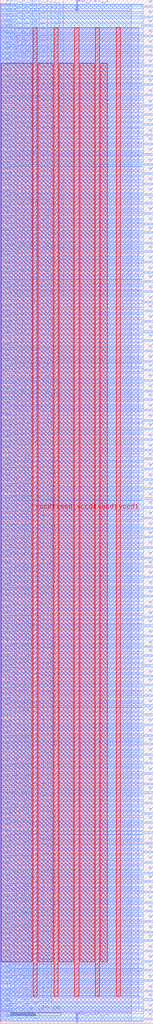
<source format=lef>
VERSION 5.7 ;
  NOWIREEXTENSIONATPIN ON ;
  DIVIDERCHAR "/" ;
  BUSBITCHARS "[]" ;
MACRO wb_bridge_2way
  CLASS BLOCK ;
  FOREIGN wb_bridge_2way ;
  ORIGIN 0.000 0.000 ;
  SIZE 60.000 BY 400.000 ;
  PIN vccd1
    DIRECTION INPUT ;
    USE POWER ;
    PORT
      LAYER met4 ;
        RECT 12.880 10.640 14.480 389.200 ;
    END
    PORT
      LAYER met4 ;
        RECT 29.200 10.640 30.800 389.200 ;
    END
    PORT
      LAYER met4 ;
        RECT 45.520 10.640 47.120 389.200 ;
    END
  END vccd1
  PIN vssd1
    DIRECTION INPUT ;
    USE GROUND ;
    PORT
      LAYER met4 ;
        RECT 21.040 10.640 22.640 389.200 ;
    END
    PORT
      LAYER met4 ;
        RECT 37.360 10.640 38.960 389.200 ;
    END
  END vssd1
  PIN wb_clk_i
    DIRECTION INPUT ;
    USE SIGNAL ;
    PORT
      LAYER met2 ;
        RECT 29.990 0.000 30.270 4.000 ;
    END
  END wb_clk_i
  PIN wb_rst_i
    DIRECTION INPUT ;
    USE SIGNAL ;
    PORT
      LAYER met2 ;
        RECT 29.990 396.000 30.270 400.000 ;
    END
  END wb_rst_i
  PIN wbm_a_ack_i
    DIRECTION INPUT ;
    USE SIGNAL ;
    PORT
      LAYER met3 ;
        RECT 56.000 397.160 60.000 397.760 ;
    END
  END wbm_a_ack_i
  PIN wbm_a_adr_o[0]
    DIRECTION OUTPUT TRISTATE ;
    USE SIGNAL ;
    PORT
      LAYER met3 ;
        RECT 56.000 27.920 60.000 28.520 ;
    END
  END wbm_a_adr_o[0]
  PIN wbm_a_adr_o[10]
    DIRECTION OUTPUT TRISTATE ;
    USE SIGNAL ;
    PORT
      LAYER met3 ;
        RECT 56.000 66.680 60.000 67.280 ;
    END
  END wbm_a_adr_o[10]
  PIN wbm_a_adr_o[11]
    DIRECTION OUTPUT TRISTATE ;
    USE SIGNAL ;
    PORT
      LAYER met3 ;
        RECT 56.000 70.080 60.000 70.680 ;
    END
  END wbm_a_adr_o[11]
  PIN wbm_a_adr_o[12]
    DIRECTION OUTPUT TRISTATE ;
    USE SIGNAL ;
    PORT
      LAYER met3 ;
        RECT 56.000 74.160 60.000 74.760 ;
    END
  END wbm_a_adr_o[12]
  PIN wbm_a_adr_o[13]
    DIRECTION OUTPUT TRISTATE ;
    USE SIGNAL ;
    PORT
      LAYER met3 ;
        RECT 56.000 78.240 60.000 78.840 ;
    END
  END wbm_a_adr_o[13]
  PIN wbm_a_adr_o[14]
    DIRECTION OUTPUT TRISTATE ;
    USE SIGNAL ;
    PORT
      LAYER met3 ;
        RECT 56.000 81.640 60.000 82.240 ;
    END
  END wbm_a_adr_o[14]
  PIN wbm_a_adr_o[15]
    DIRECTION OUTPUT TRISTATE ;
    USE SIGNAL ;
    PORT
      LAYER met3 ;
        RECT 56.000 85.720 60.000 86.320 ;
    END
  END wbm_a_adr_o[15]
  PIN wbm_a_adr_o[16]
    DIRECTION OUTPUT TRISTATE ;
    USE SIGNAL ;
    PORT
      LAYER met3 ;
        RECT 56.000 89.800 60.000 90.400 ;
    END
  END wbm_a_adr_o[16]
  PIN wbm_a_adr_o[17]
    DIRECTION OUTPUT TRISTATE ;
    USE SIGNAL ;
    PORT
      LAYER met3 ;
        RECT 56.000 93.200 60.000 93.800 ;
    END
  END wbm_a_adr_o[17]
  PIN wbm_a_adr_o[18]
    DIRECTION OUTPUT TRISTATE ;
    USE SIGNAL ;
    PORT
      LAYER met3 ;
        RECT 56.000 97.280 60.000 97.880 ;
    END
  END wbm_a_adr_o[18]
  PIN wbm_a_adr_o[19]
    DIRECTION OUTPUT TRISTATE ;
    USE SIGNAL ;
    PORT
      LAYER met3 ;
        RECT 56.000 101.360 60.000 101.960 ;
    END
  END wbm_a_adr_o[19]
  PIN wbm_a_adr_o[1]
    DIRECTION OUTPUT TRISTATE ;
    USE SIGNAL ;
    PORT
      LAYER met3 ;
        RECT 56.000 32.000 60.000 32.600 ;
    END
  END wbm_a_adr_o[1]
  PIN wbm_a_adr_o[20]
    DIRECTION OUTPUT TRISTATE ;
    USE SIGNAL ;
    PORT
      LAYER met3 ;
        RECT 56.000 104.760 60.000 105.360 ;
    END
  END wbm_a_adr_o[20]
  PIN wbm_a_adr_o[21]
    DIRECTION OUTPUT TRISTATE ;
    USE SIGNAL ;
    PORT
      LAYER met3 ;
        RECT 56.000 108.840 60.000 109.440 ;
    END
  END wbm_a_adr_o[21]
  PIN wbm_a_adr_o[22]
    DIRECTION OUTPUT TRISTATE ;
    USE SIGNAL ;
    PORT
      LAYER met3 ;
        RECT 56.000 112.240 60.000 112.840 ;
    END
  END wbm_a_adr_o[22]
  PIN wbm_a_adr_o[23]
    DIRECTION OUTPUT TRISTATE ;
    USE SIGNAL ;
    PORT
      LAYER met3 ;
        RECT 56.000 116.320 60.000 116.920 ;
    END
  END wbm_a_adr_o[23]
  PIN wbm_a_adr_o[24]
    DIRECTION OUTPUT TRISTATE ;
    USE SIGNAL ;
    PORT
      LAYER met3 ;
        RECT 56.000 120.400 60.000 121.000 ;
    END
  END wbm_a_adr_o[24]
  PIN wbm_a_adr_o[25]
    DIRECTION OUTPUT TRISTATE ;
    USE SIGNAL ;
    PORT
      LAYER met3 ;
        RECT 56.000 123.800 60.000 124.400 ;
    END
  END wbm_a_adr_o[25]
  PIN wbm_a_adr_o[26]
    DIRECTION OUTPUT TRISTATE ;
    USE SIGNAL ;
    PORT
      LAYER met3 ;
        RECT 56.000 127.880 60.000 128.480 ;
    END
  END wbm_a_adr_o[26]
  PIN wbm_a_adr_o[27]
    DIRECTION OUTPUT TRISTATE ;
    USE SIGNAL ;
    PORT
      LAYER met3 ;
        RECT 56.000 131.960 60.000 132.560 ;
    END
  END wbm_a_adr_o[27]
  PIN wbm_a_adr_o[28]
    DIRECTION OUTPUT TRISTATE ;
    USE SIGNAL ;
    PORT
      LAYER met3 ;
        RECT 56.000 135.360 60.000 135.960 ;
    END
  END wbm_a_adr_o[28]
  PIN wbm_a_adr_o[29]
    DIRECTION OUTPUT TRISTATE ;
    USE SIGNAL ;
    PORT
      LAYER met3 ;
        RECT 56.000 139.440 60.000 140.040 ;
    END
  END wbm_a_adr_o[29]
  PIN wbm_a_adr_o[2]
    DIRECTION OUTPUT TRISTATE ;
    USE SIGNAL ;
    PORT
      LAYER met3 ;
        RECT 56.000 35.400 60.000 36.000 ;
    END
  END wbm_a_adr_o[2]
  PIN wbm_a_adr_o[30]
    DIRECTION OUTPUT TRISTATE ;
    USE SIGNAL ;
    PORT
      LAYER met3 ;
        RECT 56.000 143.520 60.000 144.120 ;
    END
  END wbm_a_adr_o[30]
  PIN wbm_a_adr_o[31]
    DIRECTION OUTPUT TRISTATE ;
    USE SIGNAL ;
    PORT
      LAYER met3 ;
        RECT 56.000 146.920 60.000 147.520 ;
    END
  END wbm_a_adr_o[31]
  PIN wbm_a_adr_o[3]
    DIRECTION OUTPUT TRISTATE ;
    USE SIGNAL ;
    PORT
      LAYER met3 ;
        RECT 56.000 39.480 60.000 40.080 ;
    END
  END wbm_a_adr_o[3]
  PIN wbm_a_adr_o[4]
    DIRECTION OUTPUT TRISTATE ;
    USE SIGNAL ;
    PORT
      LAYER met3 ;
        RECT 56.000 43.560 60.000 44.160 ;
    END
  END wbm_a_adr_o[4]
  PIN wbm_a_adr_o[5]
    DIRECTION OUTPUT TRISTATE ;
    USE SIGNAL ;
    PORT
      LAYER met3 ;
        RECT 56.000 46.960 60.000 47.560 ;
    END
  END wbm_a_adr_o[5]
  PIN wbm_a_adr_o[6]
    DIRECTION OUTPUT TRISTATE ;
    USE SIGNAL ;
    PORT
      LAYER met3 ;
        RECT 56.000 51.040 60.000 51.640 ;
    END
  END wbm_a_adr_o[6]
  PIN wbm_a_adr_o[7]
    DIRECTION OUTPUT TRISTATE ;
    USE SIGNAL ;
    PORT
      LAYER met3 ;
        RECT 56.000 55.120 60.000 55.720 ;
    END
  END wbm_a_adr_o[7]
  PIN wbm_a_adr_o[8]
    DIRECTION OUTPUT TRISTATE ;
    USE SIGNAL ;
    PORT
      LAYER met3 ;
        RECT 56.000 58.520 60.000 59.120 ;
    END
  END wbm_a_adr_o[8]
  PIN wbm_a_adr_o[9]
    DIRECTION OUTPUT TRISTATE ;
    USE SIGNAL ;
    PORT
      LAYER met3 ;
        RECT 56.000 62.600 60.000 63.200 ;
    END
  END wbm_a_adr_o[9]
  PIN wbm_a_cyc_o
    DIRECTION OUTPUT TRISTATE ;
    USE SIGNAL ;
    PORT
      LAYER met3 ;
        RECT 56.000 4.800 60.000 5.400 ;
    END
  END wbm_a_cyc_o
  PIN wbm_a_dat_i[0]
    DIRECTION INPUT ;
    USE SIGNAL ;
    PORT
      LAYER met3 ;
        RECT 56.000 274.080 60.000 274.680 ;
    END
  END wbm_a_dat_i[0]
  PIN wbm_a_dat_i[10]
    DIRECTION INPUT ;
    USE SIGNAL ;
    PORT
      LAYER met3 ;
        RECT 56.000 312.160 60.000 312.760 ;
    END
  END wbm_a_dat_i[10]
  PIN wbm_a_dat_i[11]
    DIRECTION INPUT ;
    USE SIGNAL ;
    PORT
      LAYER met3 ;
        RECT 56.000 316.240 60.000 316.840 ;
    END
  END wbm_a_dat_i[11]
  PIN wbm_a_dat_i[12]
    DIRECTION INPUT ;
    USE SIGNAL ;
    PORT
      LAYER met3 ;
        RECT 56.000 320.320 60.000 320.920 ;
    END
  END wbm_a_dat_i[12]
  PIN wbm_a_dat_i[13]
    DIRECTION INPUT ;
    USE SIGNAL ;
    PORT
      LAYER met3 ;
        RECT 56.000 323.720 60.000 324.320 ;
    END
  END wbm_a_dat_i[13]
  PIN wbm_a_dat_i[14]
    DIRECTION INPUT ;
    USE SIGNAL ;
    PORT
      LAYER met3 ;
        RECT 56.000 327.800 60.000 328.400 ;
    END
  END wbm_a_dat_i[14]
  PIN wbm_a_dat_i[15]
    DIRECTION INPUT ;
    USE SIGNAL ;
    PORT
      LAYER met3 ;
        RECT 56.000 331.880 60.000 332.480 ;
    END
  END wbm_a_dat_i[15]
  PIN wbm_a_dat_i[16]
    DIRECTION INPUT ;
    USE SIGNAL ;
    PORT
      LAYER met3 ;
        RECT 56.000 335.280 60.000 335.880 ;
    END
  END wbm_a_dat_i[16]
  PIN wbm_a_dat_i[17]
    DIRECTION INPUT ;
    USE SIGNAL ;
    PORT
      LAYER met3 ;
        RECT 56.000 339.360 60.000 339.960 ;
    END
  END wbm_a_dat_i[17]
  PIN wbm_a_dat_i[18]
    DIRECTION INPUT ;
    USE SIGNAL ;
    PORT
      LAYER met3 ;
        RECT 56.000 343.440 60.000 344.040 ;
    END
  END wbm_a_dat_i[18]
  PIN wbm_a_dat_i[19]
    DIRECTION INPUT ;
    USE SIGNAL ;
    PORT
      LAYER met3 ;
        RECT 56.000 346.840 60.000 347.440 ;
    END
  END wbm_a_dat_i[19]
  PIN wbm_a_dat_i[1]
    DIRECTION INPUT ;
    USE SIGNAL ;
    PORT
      LAYER met3 ;
        RECT 56.000 278.160 60.000 278.760 ;
    END
  END wbm_a_dat_i[1]
  PIN wbm_a_dat_i[20]
    DIRECTION INPUT ;
    USE SIGNAL ;
    PORT
      LAYER met3 ;
        RECT 56.000 350.920 60.000 351.520 ;
    END
  END wbm_a_dat_i[20]
  PIN wbm_a_dat_i[21]
    DIRECTION INPUT ;
    USE SIGNAL ;
    PORT
      LAYER met3 ;
        RECT 56.000 355.000 60.000 355.600 ;
    END
  END wbm_a_dat_i[21]
  PIN wbm_a_dat_i[22]
    DIRECTION INPUT ;
    USE SIGNAL ;
    PORT
      LAYER met3 ;
        RECT 56.000 358.400 60.000 359.000 ;
    END
  END wbm_a_dat_i[22]
  PIN wbm_a_dat_i[23]
    DIRECTION INPUT ;
    USE SIGNAL ;
    PORT
      LAYER met3 ;
        RECT 56.000 362.480 60.000 363.080 ;
    END
  END wbm_a_dat_i[23]
  PIN wbm_a_dat_i[24]
    DIRECTION INPUT ;
    USE SIGNAL ;
    PORT
      LAYER met3 ;
        RECT 56.000 366.560 60.000 367.160 ;
    END
  END wbm_a_dat_i[24]
  PIN wbm_a_dat_i[25]
    DIRECTION INPUT ;
    USE SIGNAL ;
    PORT
      LAYER met3 ;
        RECT 56.000 369.960 60.000 370.560 ;
    END
  END wbm_a_dat_i[25]
  PIN wbm_a_dat_i[26]
    DIRECTION INPUT ;
    USE SIGNAL ;
    PORT
      LAYER met3 ;
        RECT 56.000 374.040 60.000 374.640 ;
    END
  END wbm_a_dat_i[26]
  PIN wbm_a_dat_i[27]
    DIRECTION INPUT ;
    USE SIGNAL ;
    PORT
      LAYER met3 ;
        RECT 56.000 378.120 60.000 378.720 ;
    END
  END wbm_a_dat_i[27]
  PIN wbm_a_dat_i[28]
    DIRECTION INPUT ;
    USE SIGNAL ;
    PORT
      LAYER met3 ;
        RECT 56.000 381.520 60.000 382.120 ;
    END
  END wbm_a_dat_i[28]
  PIN wbm_a_dat_i[29]
    DIRECTION INPUT ;
    USE SIGNAL ;
    PORT
      LAYER met3 ;
        RECT 56.000 385.600 60.000 386.200 ;
    END
  END wbm_a_dat_i[29]
  PIN wbm_a_dat_i[2]
    DIRECTION INPUT ;
    USE SIGNAL ;
    PORT
      LAYER met3 ;
        RECT 56.000 281.560 60.000 282.160 ;
    END
  END wbm_a_dat_i[2]
  PIN wbm_a_dat_i[30]
    DIRECTION INPUT ;
    USE SIGNAL ;
    PORT
      LAYER met3 ;
        RECT 56.000 389.680 60.000 390.280 ;
    END
  END wbm_a_dat_i[30]
  PIN wbm_a_dat_i[31]
    DIRECTION INPUT ;
    USE SIGNAL ;
    PORT
      LAYER met3 ;
        RECT 56.000 393.080 60.000 393.680 ;
    END
  END wbm_a_dat_i[31]
  PIN wbm_a_dat_i[3]
    DIRECTION INPUT ;
    USE SIGNAL ;
    PORT
      LAYER met3 ;
        RECT 56.000 285.640 60.000 286.240 ;
    END
  END wbm_a_dat_i[3]
  PIN wbm_a_dat_i[4]
    DIRECTION INPUT ;
    USE SIGNAL ;
    PORT
      LAYER met3 ;
        RECT 56.000 289.720 60.000 290.320 ;
    END
  END wbm_a_dat_i[4]
  PIN wbm_a_dat_i[5]
    DIRECTION INPUT ;
    USE SIGNAL ;
    PORT
      LAYER met3 ;
        RECT 56.000 293.120 60.000 293.720 ;
    END
  END wbm_a_dat_i[5]
  PIN wbm_a_dat_i[6]
    DIRECTION INPUT ;
    USE SIGNAL ;
    PORT
      LAYER met3 ;
        RECT 56.000 297.200 60.000 297.800 ;
    END
  END wbm_a_dat_i[6]
  PIN wbm_a_dat_i[7]
    DIRECTION INPUT ;
    USE SIGNAL ;
    PORT
      LAYER met3 ;
        RECT 56.000 301.280 60.000 301.880 ;
    END
  END wbm_a_dat_i[7]
  PIN wbm_a_dat_i[8]
    DIRECTION INPUT ;
    USE SIGNAL ;
    PORT
      LAYER met3 ;
        RECT 56.000 304.680 60.000 305.280 ;
    END
  END wbm_a_dat_i[8]
  PIN wbm_a_dat_i[9]
    DIRECTION INPUT ;
    USE SIGNAL ;
    PORT
      LAYER met3 ;
        RECT 56.000 308.760 60.000 309.360 ;
    END
  END wbm_a_dat_i[9]
  PIN wbm_a_dat_o[0]
    DIRECTION OUTPUT TRISTATE ;
    USE SIGNAL ;
    PORT
      LAYER met3 ;
        RECT 56.000 151.000 60.000 151.600 ;
    END
  END wbm_a_dat_o[0]
  PIN wbm_a_dat_o[10]
    DIRECTION OUTPUT TRISTATE ;
    USE SIGNAL ;
    PORT
      LAYER met3 ;
        RECT 56.000 189.760 60.000 190.360 ;
    END
  END wbm_a_dat_o[10]
  PIN wbm_a_dat_o[11]
    DIRECTION OUTPUT TRISTATE ;
    USE SIGNAL ;
    PORT
      LAYER met3 ;
        RECT 56.000 193.160 60.000 193.760 ;
    END
  END wbm_a_dat_o[11]
  PIN wbm_a_dat_o[12]
    DIRECTION OUTPUT TRISTATE ;
    USE SIGNAL ;
    PORT
      LAYER met3 ;
        RECT 56.000 197.240 60.000 197.840 ;
    END
  END wbm_a_dat_o[12]
  PIN wbm_a_dat_o[13]
    DIRECTION OUTPUT TRISTATE ;
    USE SIGNAL ;
    PORT
      LAYER met3 ;
        RECT 56.000 201.320 60.000 201.920 ;
    END
  END wbm_a_dat_o[13]
  PIN wbm_a_dat_o[14]
    DIRECTION OUTPUT TRISTATE ;
    USE SIGNAL ;
    PORT
      LAYER met3 ;
        RECT 56.000 204.720 60.000 205.320 ;
    END
  END wbm_a_dat_o[14]
  PIN wbm_a_dat_o[15]
    DIRECTION OUTPUT TRISTATE ;
    USE SIGNAL ;
    PORT
      LAYER met3 ;
        RECT 56.000 208.800 60.000 209.400 ;
    END
  END wbm_a_dat_o[15]
  PIN wbm_a_dat_o[16]
    DIRECTION OUTPUT TRISTATE ;
    USE SIGNAL ;
    PORT
      LAYER met3 ;
        RECT 56.000 212.200 60.000 212.800 ;
    END
  END wbm_a_dat_o[16]
  PIN wbm_a_dat_o[17]
    DIRECTION OUTPUT TRISTATE ;
    USE SIGNAL ;
    PORT
      LAYER met3 ;
        RECT 56.000 216.280 60.000 216.880 ;
    END
  END wbm_a_dat_o[17]
  PIN wbm_a_dat_o[18]
    DIRECTION OUTPUT TRISTATE ;
    USE SIGNAL ;
    PORT
      LAYER met3 ;
        RECT 56.000 220.360 60.000 220.960 ;
    END
  END wbm_a_dat_o[18]
  PIN wbm_a_dat_o[19]
    DIRECTION OUTPUT TRISTATE ;
    USE SIGNAL ;
    PORT
      LAYER met3 ;
        RECT 56.000 223.760 60.000 224.360 ;
    END
  END wbm_a_dat_o[19]
  PIN wbm_a_dat_o[1]
    DIRECTION OUTPUT TRISTATE ;
    USE SIGNAL ;
    PORT
      LAYER met3 ;
        RECT 56.000 155.080 60.000 155.680 ;
    END
  END wbm_a_dat_o[1]
  PIN wbm_a_dat_o[20]
    DIRECTION OUTPUT TRISTATE ;
    USE SIGNAL ;
    PORT
      LAYER met3 ;
        RECT 56.000 227.840 60.000 228.440 ;
    END
  END wbm_a_dat_o[20]
  PIN wbm_a_dat_o[21]
    DIRECTION OUTPUT TRISTATE ;
    USE SIGNAL ;
    PORT
      LAYER met3 ;
        RECT 56.000 231.920 60.000 232.520 ;
    END
  END wbm_a_dat_o[21]
  PIN wbm_a_dat_o[22]
    DIRECTION OUTPUT TRISTATE ;
    USE SIGNAL ;
    PORT
      LAYER met3 ;
        RECT 56.000 235.320 60.000 235.920 ;
    END
  END wbm_a_dat_o[22]
  PIN wbm_a_dat_o[23]
    DIRECTION OUTPUT TRISTATE ;
    USE SIGNAL ;
    PORT
      LAYER met3 ;
        RECT 56.000 239.400 60.000 240.000 ;
    END
  END wbm_a_dat_o[23]
  PIN wbm_a_dat_o[24]
    DIRECTION OUTPUT TRISTATE ;
    USE SIGNAL ;
    PORT
      LAYER met3 ;
        RECT 56.000 243.480 60.000 244.080 ;
    END
  END wbm_a_dat_o[24]
  PIN wbm_a_dat_o[25]
    DIRECTION OUTPUT TRISTATE ;
    USE SIGNAL ;
    PORT
      LAYER met3 ;
        RECT 56.000 246.880 60.000 247.480 ;
    END
  END wbm_a_dat_o[25]
  PIN wbm_a_dat_o[26]
    DIRECTION OUTPUT TRISTATE ;
    USE SIGNAL ;
    PORT
      LAYER met3 ;
        RECT 56.000 250.960 60.000 251.560 ;
    END
  END wbm_a_dat_o[26]
  PIN wbm_a_dat_o[27]
    DIRECTION OUTPUT TRISTATE ;
    USE SIGNAL ;
    PORT
      LAYER met3 ;
        RECT 56.000 255.040 60.000 255.640 ;
    END
  END wbm_a_dat_o[27]
  PIN wbm_a_dat_o[28]
    DIRECTION OUTPUT TRISTATE ;
    USE SIGNAL ;
    PORT
      LAYER met3 ;
        RECT 56.000 258.440 60.000 259.040 ;
    END
  END wbm_a_dat_o[28]
  PIN wbm_a_dat_o[29]
    DIRECTION OUTPUT TRISTATE ;
    USE SIGNAL ;
    PORT
      LAYER met3 ;
        RECT 56.000 262.520 60.000 263.120 ;
    END
  END wbm_a_dat_o[29]
  PIN wbm_a_dat_o[2]
    DIRECTION OUTPUT TRISTATE ;
    USE SIGNAL ;
    PORT
      LAYER met3 ;
        RECT 56.000 158.480 60.000 159.080 ;
    END
  END wbm_a_dat_o[2]
  PIN wbm_a_dat_o[30]
    DIRECTION OUTPUT TRISTATE ;
    USE SIGNAL ;
    PORT
      LAYER met3 ;
        RECT 56.000 266.600 60.000 267.200 ;
    END
  END wbm_a_dat_o[30]
  PIN wbm_a_dat_o[31]
    DIRECTION OUTPUT TRISTATE ;
    USE SIGNAL ;
    PORT
      LAYER met3 ;
        RECT 56.000 270.000 60.000 270.600 ;
    END
  END wbm_a_dat_o[31]
  PIN wbm_a_dat_o[3]
    DIRECTION OUTPUT TRISTATE ;
    USE SIGNAL ;
    PORT
      LAYER met3 ;
        RECT 56.000 162.560 60.000 163.160 ;
    END
  END wbm_a_dat_o[3]
  PIN wbm_a_dat_o[4]
    DIRECTION OUTPUT TRISTATE ;
    USE SIGNAL ;
    PORT
      LAYER met3 ;
        RECT 56.000 166.640 60.000 167.240 ;
    END
  END wbm_a_dat_o[4]
  PIN wbm_a_dat_o[5]
    DIRECTION OUTPUT TRISTATE ;
    USE SIGNAL ;
    PORT
      LAYER met3 ;
        RECT 56.000 170.040 60.000 170.640 ;
    END
  END wbm_a_dat_o[5]
  PIN wbm_a_dat_o[6]
    DIRECTION OUTPUT TRISTATE ;
    USE SIGNAL ;
    PORT
      LAYER met3 ;
        RECT 56.000 174.120 60.000 174.720 ;
    END
  END wbm_a_dat_o[6]
  PIN wbm_a_dat_o[7]
    DIRECTION OUTPUT TRISTATE ;
    USE SIGNAL ;
    PORT
      LAYER met3 ;
        RECT 56.000 178.200 60.000 178.800 ;
    END
  END wbm_a_dat_o[7]
  PIN wbm_a_dat_o[8]
    DIRECTION OUTPUT TRISTATE ;
    USE SIGNAL ;
    PORT
      LAYER met3 ;
        RECT 56.000 181.600 60.000 182.200 ;
    END
  END wbm_a_dat_o[8]
  PIN wbm_a_dat_o[9]
    DIRECTION OUTPUT TRISTATE ;
    USE SIGNAL ;
    PORT
      LAYER met3 ;
        RECT 56.000 185.680 60.000 186.280 ;
    END
  END wbm_a_dat_o[9]
  PIN wbm_a_sel_o[0]
    DIRECTION OUTPUT TRISTATE ;
    USE SIGNAL ;
    PORT
      LAYER met3 ;
        RECT 56.000 12.280 60.000 12.880 ;
    END
  END wbm_a_sel_o[0]
  PIN wbm_a_sel_o[1]
    DIRECTION OUTPUT TRISTATE ;
    USE SIGNAL ;
    PORT
      LAYER met3 ;
        RECT 56.000 16.360 60.000 16.960 ;
    END
  END wbm_a_sel_o[1]
  PIN wbm_a_sel_o[2]
    DIRECTION OUTPUT TRISTATE ;
    USE SIGNAL ;
    PORT
      LAYER met3 ;
        RECT 56.000 20.440 60.000 21.040 ;
    END
  END wbm_a_sel_o[2]
  PIN wbm_a_sel_o[3]
    DIRECTION OUTPUT TRISTATE ;
    USE SIGNAL ;
    PORT
      LAYER met3 ;
        RECT 56.000 23.840 60.000 24.440 ;
    END
  END wbm_a_sel_o[3]
  PIN wbm_a_stb_o
    DIRECTION OUTPUT TRISTATE ;
    USE SIGNAL ;
    PORT
      LAYER met3 ;
        RECT 56.000 1.400 60.000 2.000 ;
    END
  END wbm_a_stb_o
  PIN wbm_a_we_o
    DIRECTION OUTPUT TRISTATE ;
    USE SIGNAL ;
    PORT
      LAYER met3 ;
        RECT 56.000 8.880 60.000 9.480 ;
    END
  END wbm_a_we_o
  PIN wbm_b_ack_i
    DIRECTION INPUT ;
    USE SIGNAL ;
    PORT
      LAYER met3 ;
        RECT 0.000 397.840 4.000 398.440 ;
    END
  END wbm_b_ack_i
  PIN wbm_b_adr_o[0]
    DIRECTION OUTPUT TRISTATE ;
    USE SIGNAL ;
    PORT
      LAYER met3 ;
        RECT 0.000 238.040 4.000 238.640 ;
    END
  END wbm_b_adr_o[0]
  PIN wbm_b_adr_o[10]
    DIRECTION OUTPUT TRISTATE ;
    USE SIGNAL ;
    PORT
      LAYER met3 ;
        RECT 0.000 259.120 4.000 259.720 ;
    END
  END wbm_b_adr_o[10]
  PIN wbm_b_adr_o[1]
    DIRECTION OUTPUT TRISTATE ;
    USE SIGNAL ;
    PORT
      LAYER met3 ;
        RECT 0.000 240.080 4.000 240.680 ;
    END
  END wbm_b_adr_o[1]
  PIN wbm_b_adr_o[2]
    DIRECTION OUTPUT TRISTATE ;
    USE SIGNAL ;
    PORT
      LAYER met3 ;
        RECT 0.000 242.120 4.000 242.720 ;
    END
  END wbm_b_adr_o[2]
  PIN wbm_b_adr_o[3]
    DIRECTION OUTPUT TRISTATE ;
    USE SIGNAL ;
    PORT
      LAYER met3 ;
        RECT 0.000 244.160 4.000 244.760 ;
    END
  END wbm_b_adr_o[3]
  PIN wbm_b_adr_o[4]
    DIRECTION OUTPUT TRISTATE ;
    USE SIGNAL ;
    PORT
      LAYER met3 ;
        RECT 0.000 246.200 4.000 246.800 ;
    END
  END wbm_b_adr_o[4]
  PIN wbm_b_adr_o[5]
    DIRECTION OUTPUT TRISTATE ;
    USE SIGNAL ;
    PORT
      LAYER met3 ;
        RECT 0.000 248.240 4.000 248.840 ;
    END
  END wbm_b_adr_o[5]
  PIN wbm_b_adr_o[6]
    DIRECTION OUTPUT TRISTATE ;
    USE SIGNAL ;
    PORT
      LAYER met3 ;
        RECT 0.000 250.280 4.000 250.880 ;
    END
  END wbm_b_adr_o[6]
  PIN wbm_b_adr_o[7]
    DIRECTION OUTPUT TRISTATE ;
    USE SIGNAL ;
    PORT
      LAYER met3 ;
        RECT 0.000 253.000 4.000 253.600 ;
    END
  END wbm_b_adr_o[7]
  PIN wbm_b_adr_o[8]
    DIRECTION OUTPUT TRISTATE ;
    USE SIGNAL ;
    PORT
      LAYER met3 ;
        RECT 0.000 255.040 4.000 255.640 ;
    END
  END wbm_b_adr_o[8]
  PIN wbm_b_adr_o[9]
    DIRECTION OUTPUT TRISTATE ;
    USE SIGNAL ;
    PORT
      LAYER met3 ;
        RECT 0.000 257.080 4.000 257.680 ;
    END
  END wbm_b_adr_o[9]
  PIN wbm_b_cyc_o
    DIRECTION OUTPUT TRISTATE ;
    USE SIGNAL ;
    PORT
      LAYER met3 ;
        RECT 0.000 225.120 4.000 225.720 ;
    END
  END wbm_b_cyc_o
  PIN wbm_b_dat_i[0]
    DIRECTION INPUT ;
    USE SIGNAL ;
    PORT
      LAYER met3 ;
        RECT 0.000 329.840 4.000 330.440 ;
    END
  END wbm_b_dat_i[0]
  PIN wbm_b_dat_i[10]
    DIRECTION INPUT ;
    USE SIGNAL ;
    PORT
      LAYER met3 ;
        RECT 0.000 350.920 4.000 351.520 ;
    END
  END wbm_b_dat_i[10]
  PIN wbm_b_dat_i[11]
    DIRECTION INPUT ;
    USE SIGNAL ;
    PORT
      LAYER met3 ;
        RECT 0.000 352.960 4.000 353.560 ;
    END
  END wbm_b_dat_i[11]
  PIN wbm_b_dat_i[12]
    DIRECTION INPUT ;
    USE SIGNAL ;
    PORT
      LAYER met3 ;
        RECT 0.000 355.000 4.000 355.600 ;
    END
  END wbm_b_dat_i[12]
  PIN wbm_b_dat_i[13]
    DIRECTION INPUT ;
    USE SIGNAL ;
    PORT
      LAYER met3 ;
        RECT 0.000 357.720 4.000 358.320 ;
    END
  END wbm_b_dat_i[13]
  PIN wbm_b_dat_i[14]
    DIRECTION INPUT ;
    USE SIGNAL ;
    PORT
      LAYER met3 ;
        RECT 0.000 359.760 4.000 360.360 ;
    END
  END wbm_b_dat_i[14]
  PIN wbm_b_dat_i[15]
    DIRECTION INPUT ;
    USE SIGNAL ;
    PORT
      LAYER met3 ;
        RECT 0.000 361.800 4.000 362.400 ;
    END
  END wbm_b_dat_i[15]
  PIN wbm_b_dat_i[16]
    DIRECTION INPUT ;
    USE SIGNAL ;
    PORT
      LAYER met3 ;
        RECT 0.000 363.840 4.000 364.440 ;
    END
  END wbm_b_dat_i[16]
  PIN wbm_b_dat_i[17]
    DIRECTION INPUT ;
    USE SIGNAL ;
    PORT
      LAYER met3 ;
        RECT 0.000 365.880 4.000 366.480 ;
    END
  END wbm_b_dat_i[17]
  PIN wbm_b_dat_i[18]
    DIRECTION INPUT ;
    USE SIGNAL ;
    PORT
      LAYER met3 ;
        RECT 0.000 367.920 4.000 368.520 ;
    END
  END wbm_b_dat_i[18]
  PIN wbm_b_dat_i[19]
    DIRECTION INPUT ;
    USE SIGNAL ;
    PORT
      LAYER met3 ;
        RECT 0.000 369.960 4.000 370.560 ;
    END
  END wbm_b_dat_i[19]
  PIN wbm_b_dat_i[1]
    DIRECTION INPUT ;
    USE SIGNAL ;
    PORT
      LAYER met3 ;
        RECT 0.000 331.880 4.000 332.480 ;
    END
  END wbm_b_dat_i[1]
  PIN wbm_b_dat_i[20]
    DIRECTION INPUT ;
    USE SIGNAL ;
    PORT
      LAYER met3 ;
        RECT 0.000 372.680 4.000 373.280 ;
    END
  END wbm_b_dat_i[20]
  PIN wbm_b_dat_i[21]
    DIRECTION INPUT ;
    USE SIGNAL ;
    PORT
      LAYER met3 ;
        RECT 0.000 374.720 4.000 375.320 ;
    END
  END wbm_b_dat_i[21]
  PIN wbm_b_dat_i[22]
    DIRECTION INPUT ;
    USE SIGNAL ;
    PORT
      LAYER met3 ;
        RECT 0.000 376.760 4.000 377.360 ;
    END
  END wbm_b_dat_i[22]
  PIN wbm_b_dat_i[23]
    DIRECTION INPUT ;
    USE SIGNAL ;
    PORT
      LAYER met3 ;
        RECT 0.000 378.800 4.000 379.400 ;
    END
  END wbm_b_dat_i[23]
  PIN wbm_b_dat_i[24]
    DIRECTION INPUT ;
    USE SIGNAL ;
    PORT
      LAYER met3 ;
        RECT 0.000 380.840 4.000 381.440 ;
    END
  END wbm_b_dat_i[24]
  PIN wbm_b_dat_i[25]
    DIRECTION INPUT ;
    USE SIGNAL ;
    PORT
      LAYER met3 ;
        RECT 0.000 382.880 4.000 383.480 ;
    END
  END wbm_b_dat_i[25]
  PIN wbm_b_dat_i[26]
    DIRECTION INPUT ;
    USE SIGNAL ;
    PORT
      LAYER met3 ;
        RECT 0.000 384.920 4.000 385.520 ;
    END
  END wbm_b_dat_i[26]
  PIN wbm_b_dat_i[27]
    DIRECTION INPUT ;
    USE SIGNAL ;
    PORT
      LAYER met3 ;
        RECT 0.000 387.640 4.000 388.240 ;
    END
  END wbm_b_dat_i[27]
  PIN wbm_b_dat_i[28]
    DIRECTION INPUT ;
    USE SIGNAL ;
    PORT
      LAYER met3 ;
        RECT 0.000 389.680 4.000 390.280 ;
    END
  END wbm_b_dat_i[28]
  PIN wbm_b_dat_i[29]
    DIRECTION INPUT ;
    USE SIGNAL ;
    PORT
      LAYER met3 ;
        RECT 0.000 391.720 4.000 392.320 ;
    END
  END wbm_b_dat_i[29]
  PIN wbm_b_dat_i[2]
    DIRECTION INPUT ;
    USE SIGNAL ;
    PORT
      LAYER met3 ;
        RECT 0.000 333.920 4.000 334.520 ;
    END
  END wbm_b_dat_i[2]
  PIN wbm_b_dat_i[30]
    DIRECTION INPUT ;
    USE SIGNAL ;
    PORT
      LAYER met3 ;
        RECT 0.000 393.760 4.000 394.360 ;
    END
  END wbm_b_dat_i[30]
  PIN wbm_b_dat_i[31]
    DIRECTION INPUT ;
    USE SIGNAL ;
    PORT
      LAYER met3 ;
        RECT 0.000 395.800 4.000 396.400 ;
    END
  END wbm_b_dat_i[31]
  PIN wbm_b_dat_i[3]
    DIRECTION INPUT ;
    USE SIGNAL ;
    PORT
      LAYER met3 ;
        RECT 0.000 335.960 4.000 336.560 ;
    END
  END wbm_b_dat_i[3]
  PIN wbm_b_dat_i[4]
    DIRECTION INPUT ;
    USE SIGNAL ;
    PORT
      LAYER met3 ;
        RECT 0.000 338.000 4.000 338.600 ;
    END
  END wbm_b_dat_i[4]
  PIN wbm_b_dat_i[5]
    DIRECTION INPUT ;
    USE SIGNAL ;
    PORT
      LAYER met3 ;
        RECT 0.000 340.040 4.000 340.640 ;
    END
  END wbm_b_dat_i[5]
  PIN wbm_b_dat_i[6]
    DIRECTION INPUT ;
    USE SIGNAL ;
    PORT
      LAYER met3 ;
        RECT 0.000 342.760 4.000 343.360 ;
    END
  END wbm_b_dat_i[6]
  PIN wbm_b_dat_i[7]
    DIRECTION INPUT ;
    USE SIGNAL ;
    PORT
      LAYER met3 ;
        RECT 0.000 344.800 4.000 345.400 ;
    END
  END wbm_b_dat_i[7]
  PIN wbm_b_dat_i[8]
    DIRECTION INPUT ;
    USE SIGNAL ;
    PORT
      LAYER met3 ;
        RECT 0.000 346.840 4.000 347.440 ;
    END
  END wbm_b_dat_i[8]
  PIN wbm_b_dat_i[9]
    DIRECTION INPUT ;
    USE SIGNAL ;
    PORT
      LAYER met3 ;
        RECT 0.000 348.880 4.000 349.480 ;
    END
  END wbm_b_dat_i[9]
  PIN wbm_b_dat_o[0]
    DIRECTION OUTPUT TRISTATE ;
    USE SIGNAL ;
    PORT
      LAYER met3 ;
        RECT 0.000 261.160 4.000 261.760 ;
    END
  END wbm_b_dat_o[0]
  PIN wbm_b_dat_o[10]
    DIRECTION OUTPUT TRISTATE ;
    USE SIGNAL ;
    PORT
      LAYER met3 ;
        RECT 0.000 282.920 4.000 283.520 ;
    END
  END wbm_b_dat_o[10]
  PIN wbm_b_dat_o[11]
    DIRECTION OUTPUT TRISTATE ;
    USE SIGNAL ;
    PORT
      LAYER met3 ;
        RECT 0.000 284.960 4.000 285.560 ;
    END
  END wbm_b_dat_o[11]
  PIN wbm_b_dat_o[12]
    DIRECTION OUTPUT TRISTATE ;
    USE SIGNAL ;
    PORT
      LAYER met3 ;
        RECT 0.000 287.000 4.000 287.600 ;
    END
  END wbm_b_dat_o[12]
  PIN wbm_b_dat_o[13]
    DIRECTION OUTPUT TRISTATE ;
    USE SIGNAL ;
    PORT
      LAYER met3 ;
        RECT 0.000 289.040 4.000 289.640 ;
    END
  END wbm_b_dat_o[13]
  PIN wbm_b_dat_o[14]
    DIRECTION OUTPUT TRISTATE ;
    USE SIGNAL ;
    PORT
      LAYER met3 ;
        RECT 0.000 291.080 4.000 291.680 ;
    END
  END wbm_b_dat_o[14]
  PIN wbm_b_dat_o[15]
    DIRECTION OUTPUT TRISTATE ;
    USE SIGNAL ;
    PORT
      LAYER met3 ;
        RECT 0.000 293.120 4.000 293.720 ;
    END
  END wbm_b_dat_o[15]
  PIN wbm_b_dat_o[16]
    DIRECTION OUTPUT TRISTATE ;
    USE SIGNAL ;
    PORT
      LAYER met3 ;
        RECT 0.000 295.160 4.000 295.760 ;
    END
  END wbm_b_dat_o[16]
  PIN wbm_b_dat_o[17]
    DIRECTION OUTPUT TRISTATE ;
    USE SIGNAL ;
    PORT
      LAYER met3 ;
        RECT 0.000 297.880 4.000 298.480 ;
    END
  END wbm_b_dat_o[17]
  PIN wbm_b_dat_o[18]
    DIRECTION OUTPUT TRISTATE ;
    USE SIGNAL ;
    PORT
      LAYER met3 ;
        RECT 0.000 299.920 4.000 300.520 ;
    END
  END wbm_b_dat_o[18]
  PIN wbm_b_dat_o[19]
    DIRECTION OUTPUT TRISTATE ;
    USE SIGNAL ;
    PORT
      LAYER met3 ;
        RECT 0.000 301.960 4.000 302.560 ;
    END
  END wbm_b_dat_o[19]
  PIN wbm_b_dat_o[1]
    DIRECTION OUTPUT TRISTATE ;
    USE SIGNAL ;
    PORT
      LAYER met3 ;
        RECT 0.000 263.200 4.000 263.800 ;
    END
  END wbm_b_dat_o[1]
  PIN wbm_b_dat_o[20]
    DIRECTION OUTPUT TRISTATE ;
    USE SIGNAL ;
    PORT
      LAYER met3 ;
        RECT 0.000 304.000 4.000 304.600 ;
    END
  END wbm_b_dat_o[20]
  PIN wbm_b_dat_o[21]
    DIRECTION OUTPUT TRISTATE ;
    USE SIGNAL ;
    PORT
      LAYER met3 ;
        RECT 0.000 306.040 4.000 306.640 ;
    END
  END wbm_b_dat_o[21]
  PIN wbm_b_dat_o[22]
    DIRECTION OUTPUT TRISTATE ;
    USE SIGNAL ;
    PORT
      LAYER met3 ;
        RECT 0.000 308.080 4.000 308.680 ;
    END
  END wbm_b_dat_o[22]
  PIN wbm_b_dat_o[23]
    DIRECTION OUTPUT TRISTATE ;
    USE SIGNAL ;
    PORT
      LAYER met3 ;
        RECT 0.000 310.120 4.000 310.720 ;
    END
  END wbm_b_dat_o[23]
  PIN wbm_b_dat_o[24]
    DIRECTION OUTPUT TRISTATE ;
    USE SIGNAL ;
    PORT
      LAYER met3 ;
        RECT 0.000 312.840 4.000 313.440 ;
    END
  END wbm_b_dat_o[24]
  PIN wbm_b_dat_o[25]
    DIRECTION OUTPUT TRISTATE ;
    USE SIGNAL ;
    PORT
      LAYER met3 ;
        RECT 0.000 314.880 4.000 315.480 ;
    END
  END wbm_b_dat_o[25]
  PIN wbm_b_dat_o[26]
    DIRECTION OUTPUT TRISTATE ;
    USE SIGNAL ;
    PORT
      LAYER met3 ;
        RECT 0.000 316.920 4.000 317.520 ;
    END
  END wbm_b_dat_o[26]
  PIN wbm_b_dat_o[27]
    DIRECTION OUTPUT TRISTATE ;
    USE SIGNAL ;
    PORT
      LAYER met3 ;
        RECT 0.000 318.960 4.000 319.560 ;
    END
  END wbm_b_dat_o[27]
  PIN wbm_b_dat_o[28]
    DIRECTION OUTPUT TRISTATE ;
    USE SIGNAL ;
    PORT
      LAYER met3 ;
        RECT 0.000 321.000 4.000 321.600 ;
    END
  END wbm_b_dat_o[28]
  PIN wbm_b_dat_o[29]
    DIRECTION OUTPUT TRISTATE ;
    USE SIGNAL ;
    PORT
      LAYER met3 ;
        RECT 0.000 323.040 4.000 323.640 ;
    END
  END wbm_b_dat_o[29]
  PIN wbm_b_dat_o[2]
    DIRECTION OUTPUT TRISTATE ;
    USE SIGNAL ;
    PORT
      LAYER met3 ;
        RECT 0.000 265.240 4.000 265.840 ;
    END
  END wbm_b_dat_o[2]
  PIN wbm_b_dat_o[30]
    DIRECTION OUTPUT TRISTATE ;
    USE SIGNAL ;
    PORT
      LAYER met3 ;
        RECT 0.000 325.080 4.000 325.680 ;
    END
  END wbm_b_dat_o[30]
  PIN wbm_b_dat_o[31]
    DIRECTION OUTPUT TRISTATE ;
    USE SIGNAL ;
    PORT
      LAYER met3 ;
        RECT 0.000 327.800 4.000 328.400 ;
    END
  END wbm_b_dat_o[31]
  PIN wbm_b_dat_o[3]
    DIRECTION OUTPUT TRISTATE ;
    USE SIGNAL ;
    PORT
      LAYER met3 ;
        RECT 0.000 267.960 4.000 268.560 ;
    END
  END wbm_b_dat_o[3]
  PIN wbm_b_dat_o[4]
    DIRECTION OUTPUT TRISTATE ;
    USE SIGNAL ;
    PORT
      LAYER met3 ;
        RECT 0.000 270.000 4.000 270.600 ;
    END
  END wbm_b_dat_o[4]
  PIN wbm_b_dat_o[5]
    DIRECTION OUTPUT TRISTATE ;
    USE SIGNAL ;
    PORT
      LAYER met3 ;
        RECT 0.000 272.040 4.000 272.640 ;
    END
  END wbm_b_dat_o[5]
  PIN wbm_b_dat_o[6]
    DIRECTION OUTPUT TRISTATE ;
    USE SIGNAL ;
    PORT
      LAYER met3 ;
        RECT 0.000 274.080 4.000 274.680 ;
    END
  END wbm_b_dat_o[6]
  PIN wbm_b_dat_o[7]
    DIRECTION OUTPUT TRISTATE ;
    USE SIGNAL ;
    PORT
      LAYER met3 ;
        RECT 0.000 276.120 4.000 276.720 ;
    END
  END wbm_b_dat_o[7]
  PIN wbm_b_dat_o[8]
    DIRECTION OUTPUT TRISTATE ;
    USE SIGNAL ;
    PORT
      LAYER met3 ;
        RECT 0.000 278.160 4.000 278.760 ;
    END
  END wbm_b_dat_o[8]
  PIN wbm_b_dat_o[9]
    DIRECTION OUTPUT TRISTATE ;
    USE SIGNAL ;
    PORT
      LAYER met3 ;
        RECT 0.000 280.200 4.000 280.800 ;
    END
  END wbm_b_dat_o[9]
  PIN wbm_b_sel_o[0]
    DIRECTION OUTPUT TRISTATE ;
    USE SIGNAL ;
    PORT
      LAYER met3 ;
        RECT 0.000 229.200 4.000 229.800 ;
    END
  END wbm_b_sel_o[0]
  PIN wbm_b_sel_o[1]
    DIRECTION OUTPUT TRISTATE ;
    USE SIGNAL ;
    PORT
      LAYER met3 ;
        RECT 0.000 231.240 4.000 231.840 ;
    END
  END wbm_b_sel_o[1]
  PIN wbm_b_sel_o[2]
    DIRECTION OUTPUT TRISTATE ;
    USE SIGNAL ;
    PORT
      LAYER met3 ;
        RECT 0.000 233.280 4.000 233.880 ;
    END
  END wbm_b_sel_o[2]
  PIN wbm_b_sel_o[3]
    DIRECTION OUTPUT TRISTATE ;
    USE SIGNAL ;
    PORT
      LAYER met3 ;
        RECT 0.000 235.320 4.000 235.920 ;
    END
  END wbm_b_sel_o[3]
  PIN wbm_b_stb_o
    DIRECTION OUTPUT TRISTATE ;
    USE SIGNAL ;
    PORT
      LAYER met3 ;
        RECT 0.000 223.080 4.000 223.680 ;
    END
  END wbm_b_stb_o
  PIN wbm_b_we_o
    DIRECTION OUTPUT TRISTATE ;
    USE SIGNAL ;
    PORT
      LAYER met3 ;
        RECT 0.000 227.160 4.000 227.760 ;
    END
  END wbm_b_we_o
  PIN wbs_ack_o
    DIRECTION OUTPUT TRISTATE ;
    USE SIGNAL ;
    PORT
      LAYER met3 ;
        RECT 0.000 220.360 4.000 220.960 ;
    END
  END wbs_ack_o
  PIN wbs_adr_i[0]
    DIRECTION INPUT ;
    USE SIGNAL ;
    PORT
      LAYER met3 ;
        RECT 0.000 15.680 4.000 16.280 ;
    END
  END wbs_adr_i[0]
  PIN wbs_adr_i[10]
    DIRECTION INPUT ;
    USE SIGNAL ;
    PORT
      LAYER met3 ;
        RECT 0.000 36.760 4.000 37.360 ;
    END
  END wbs_adr_i[10]
  PIN wbs_adr_i[11]
    DIRECTION INPUT ;
    USE SIGNAL ;
    PORT
      LAYER met3 ;
        RECT 0.000 38.800 4.000 39.400 ;
    END
  END wbs_adr_i[11]
  PIN wbs_adr_i[12]
    DIRECTION INPUT ;
    USE SIGNAL ;
    PORT
      LAYER met3 ;
        RECT 0.000 40.840 4.000 41.440 ;
    END
  END wbs_adr_i[12]
  PIN wbs_adr_i[13]
    DIRECTION INPUT ;
    USE SIGNAL ;
    PORT
      LAYER met3 ;
        RECT 0.000 42.880 4.000 43.480 ;
    END
  END wbs_adr_i[13]
  PIN wbs_adr_i[14]
    DIRECTION INPUT ;
    USE SIGNAL ;
    PORT
      LAYER met3 ;
        RECT 0.000 45.600 4.000 46.200 ;
    END
  END wbs_adr_i[14]
  PIN wbs_adr_i[15]
    DIRECTION INPUT ;
    USE SIGNAL ;
    PORT
      LAYER met3 ;
        RECT 0.000 47.640 4.000 48.240 ;
    END
  END wbs_adr_i[15]
  PIN wbs_adr_i[16]
    DIRECTION INPUT ;
    USE SIGNAL ;
    PORT
      LAYER met3 ;
        RECT 0.000 49.680 4.000 50.280 ;
    END
  END wbs_adr_i[16]
  PIN wbs_adr_i[17]
    DIRECTION INPUT ;
    USE SIGNAL ;
    PORT
      LAYER met3 ;
        RECT 0.000 51.720 4.000 52.320 ;
    END
  END wbs_adr_i[17]
  PIN wbs_adr_i[18]
    DIRECTION INPUT ;
    USE SIGNAL ;
    PORT
      LAYER met3 ;
        RECT 0.000 53.760 4.000 54.360 ;
    END
  END wbs_adr_i[18]
  PIN wbs_adr_i[19]
    DIRECTION INPUT ;
    USE SIGNAL ;
    PORT
      LAYER met3 ;
        RECT 0.000 55.800 4.000 56.400 ;
    END
  END wbs_adr_i[19]
  PIN wbs_adr_i[1]
    DIRECTION INPUT ;
    USE SIGNAL ;
    PORT
      LAYER met3 ;
        RECT 0.000 17.720 4.000 18.320 ;
    END
  END wbs_adr_i[1]
  PIN wbs_adr_i[20]
    DIRECTION INPUT ;
    USE SIGNAL ;
    PORT
      LAYER met3 ;
        RECT 0.000 57.840 4.000 58.440 ;
    END
  END wbs_adr_i[20]
  PIN wbs_adr_i[21]
    DIRECTION INPUT ;
    USE SIGNAL ;
    PORT
      LAYER met3 ;
        RECT 0.000 60.560 4.000 61.160 ;
    END
  END wbs_adr_i[21]
  PIN wbs_adr_i[22]
    DIRECTION INPUT ;
    USE SIGNAL ;
    PORT
      LAYER met3 ;
        RECT 0.000 62.600 4.000 63.200 ;
    END
  END wbs_adr_i[22]
  PIN wbs_adr_i[23]
    DIRECTION INPUT ;
    USE SIGNAL ;
    PORT
      LAYER met3 ;
        RECT 0.000 64.640 4.000 65.240 ;
    END
  END wbs_adr_i[23]
  PIN wbs_adr_i[24]
    DIRECTION INPUT ;
    USE SIGNAL ;
    PORT
      LAYER met3 ;
        RECT 0.000 66.680 4.000 67.280 ;
    END
  END wbs_adr_i[24]
  PIN wbs_adr_i[25]
    DIRECTION INPUT ;
    USE SIGNAL ;
    PORT
      LAYER met3 ;
        RECT 0.000 68.720 4.000 69.320 ;
    END
  END wbs_adr_i[25]
  PIN wbs_adr_i[26]
    DIRECTION INPUT ;
    USE SIGNAL ;
    PORT
      LAYER met3 ;
        RECT 0.000 70.760 4.000 71.360 ;
    END
  END wbs_adr_i[26]
  PIN wbs_adr_i[27]
    DIRECTION INPUT ;
    USE SIGNAL ;
    PORT
      LAYER met3 ;
        RECT 0.000 72.800 4.000 73.400 ;
    END
  END wbs_adr_i[27]
  PIN wbs_adr_i[28]
    DIRECTION INPUT ;
    USE SIGNAL ;
    PORT
      LAYER met3 ;
        RECT 0.000 75.520 4.000 76.120 ;
    END
  END wbs_adr_i[28]
  PIN wbs_adr_i[29]
    DIRECTION INPUT ;
    USE SIGNAL ;
    PORT
      LAYER met3 ;
        RECT 0.000 77.560 4.000 78.160 ;
    END
  END wbs_adr_i[29]
  PIN wbs_adr_i[2]
    DIRECTION INPUT ;
    USE SIGNAL ;
    PORT
      LAYER met3 ;
        RECT 0.000 19.760 4.000 20.360 ;
    END
  END wbs_adr_i[2]
  PIN wbs_adr_i[30]
    DIRECTION INPUT ;
    USE SIGNAL ;
    PORT
      LAYER met3 ;
        RECT 0.000 79.600 4.000 80.200 ;
    END
  END wbs_adr_i[30]
  PIN wbs_adr_i[31]
    DIRECTION INPUT ;
    USE SIGNAL ;
    PORT
      LAYER met3 ;
        RECT 0.000 81.640 4.000 82.240 ;
    END
  END wbs_adr_i[31]
  PIN wbs_adr_i[3]
    DIRECTION INPUT ;
    USE SIGNAL ;
    PORT
      LAYER met3 ;
        RECT 0.000 21.800 4.000 22.400 ;
    END
  END wbs_adr_i[3]
  PIN wbs_adr_i[4]
    DIRECTION INPUT ;
    USE SIGNAL ;
    PORT
      LAYER met3 ;
        RECT 0.000 23.840 4.000 24.440 ;
    END
  END wbs_adr_i[4]
  PIN wbs_adr_i[5]
    DIRECTION INPUT ;
    USE SIGNAL ;
    PORT
      LAYER met3 ;
        RECT 0.000 25.880 4.000 26.480 ;
    END
  END wbs_adr_i[5]
  PIN wbs_adr_i[6]
    DIRECTION INPUT ;
    USE SIGNAL ;
    PORT
      LAYER met3 ;
        RECT 0.000 27.920 4.000 28.520 ;
    END
  END wbs_adr_i[6]
  PIN wbs_adr_i[7]
    DIRECTION INPUT ;
    USE SIGNAL ;
    PORT
      LAYER met3 ;
        RECT 0.000 30.640 4.000 31.240 ;
    END
  END wbs_adr_i[7]
  PIN wbs_adr_i[8]
    DIRECTION INPUT ;
    USE SIGNAL ;
    PORT
      LAYER met3 ;
        RECT 0.000 32.680 4.000 33.280 ;
    END
  END wbs_adr_i[8]
  PIN wbs_adr_i[9]
    DIRECTION INPUT ;
    USE SIGNAL ;
    PORT
      LAYER met3 ;
        RECT 0.000 34.720 4.000 35.320 ;
    END
  END wbs_adr_i[9]
  PIN wbs_cyc_i
    DIRECTION INPUT ;
    USE SIGNAL ;
    PORT
      LAYER met3 ;
        RECT 0.000 2.760 4.000 3.360 ;
    END
  END wbs_cyc_i
  PIN wbs_dat_i[0]
    DIRECTION INPUT ;
    USE SIGNAL ;
    PORT
      LAYER met3 ;
        RECT 0.000 83.680 4.000 84.280 ;
    END
  END wbs_dat_i[0]
  PIN wbs_dat_i[10]
    DIRECTION INPUT ;
    USE SIGNAL ;
    PORT
      LAYER met3 ;
        RECT 0.000 105.440 4.000 106.040 ;
    END
  END wbs_dat_i[10]
  PIN wbs_dat_i[11]
    DIRECTION INPUT ;
    USE SIGNAL ;
    PORT
      LAYER met3 ;
        RECT 0.000 107.480 4.000 108.080 ;
    END
  END wbs_dat_i[11]
  PIN wbs_dat_i[12]
    DIRECTION INPUT ;
    USE SIGNAL ;
    PORT
      LAYER met3 ;
        RECT 0.000 109.520 4.000 110.120 ;
    END
  END wbs_dat_i[12]
  PIN wbs_dat_i[13]
    DIRECTION INPUT ;
    USE SIGNAL ;
    PORT
      LAYER met3 ;
        RECT 0.000 111.560 4.000 112.160 ;
    END
  END wbs_dat_i[13]
  PIN wbs_dat_i[14]
    DIRECTION INPUT ;
    USE SIGNAL ;
    PORT
      LAYER met3 ;
        RECT 0.000 113.600 4.000 114.200 ;
    END
  END wbs_dat_i[14]
  PIN wbs_dat_i[15]
    DIRECTION INPUT ;
    USE SIGNAL ;
    PORT
      LAYER met3 ;
        RECT 0.000 115.640 4.000 116.240 ;
    END
  END wbs_dat_i[15]
  PIN wbs_dat_i[16]
    DIRECTION INPUT ;
    USE SIGNAL ;
    PORT
      LAYER met3 ;
        RECT 0.000 117.680 4.000 118.280 ;
    END
  END wbs_dat_i[16]
  PIN wbs_dat_i[17]
    DIRECTION INPUT ;
    USE SIGNAL ;
    PORT
      LAYER met3 ;
        RECT 0.000 120.400 4.000 121.000 ;
    END
  END wbs_dat_i[17]
  PIN wbs_dat_i[18]
    DIRECTION INPUT ;
    USE SIGNAL ;
    PORT
      LAYER met3 ;
        RECT 0.000 122.440 4.000 123.040 ;
    END
  END wbs_dat_i[18]
  PIN wbs_dat_i[19]
    DIRECTION INPUT ;
    USE SIGNAL ;
    PORT
      LAYER met3 ;
        RECT 0.000 124.480 4.000 125.080 ;
    END
  END wbs_dat_i[19]
  PIN wbs_dat_i[1]
    DIRECTION INPUT ;
    USE SIGNAL ;
    PORT
      LAYER met3 ;
        RECT 0.000 85.720 4.000 86.320 ;
    END
  END wbs_dat_i[1]
  PIN wbs_dat_i[20]
    DIRECTION INPUT ;
    USE SIGNAL ;
    PORT
      LAYER met3 ;
        RECT 0.000 126.520 4.000 127.120 ;
    END
  END wbs_dat_i[20]
  PIN wbs_dat_i[21]
    DIRECTION INPUT ;
    USE SIGNAL ;
    PORT
      LAYER met3 ;
        RECT 0.000 128.560 4.000 129.160 ;
    END
  END wbs_dat_i[21]
  PIN wbs_dat_i[22]
    DIRECTION INPUT ;
    USE SIGNAL ;
    PORT
      LAYER met3 ;
        RECT 0.000 130.600 4.000 131.200 ;
    END
  END wbs_dat_i[22]
  PIN wbs_dat_i[23]
    DIRECTION INPUT ;
    USE SIGNAL ;
    PORT
      LAYER met3 ;
        RECT 0.000 132.640 4.000 133.240 ;
    END
  END wbs_dat_i[23]
  PIN wbs_dat_i[24]
    DIRECTION INPUT ;
    USE SIGNAL ;
    PORT
      LAYER met3 ;
        RECT 0.000 135.360 4.000 135.960 ;
    END
  END wbs_dat_i[24]
  PIN wbs_dat_i[25]
    DIRECTION INPUT ;
    USE SIGNAL ;
    PORT
      LAYER met3 ;
        RECT 0.000 137.400 4.000 138.000 ;
    END
  END wbs_dat_i[25]
  PIN wbs_dat_i[26]
    DIRECTION INPUT ;
    USE SIGNAL ;
    PORT
      LAYER met3 ;
        RECT 0.000 139.440 4.000 140.040 ;
    END
  END wbs_dat_i[26]
  PIN wbs_dat_i[27]
    DIRECTION INPUT ;
    USE SIGNAL ;
    PORT
      LAYER met3 ;
        RECT 0.000 141.480 4.000 142.080 ;
    END
  END wbs_dat_i[27]
  PIN wbs_dat_i[28]
    DIRECTION INPUT ;
    USE SIGNAL ;
    PORT
      LAYER met3 ;
        RECT 0.000 143.520 4.000 144.120 ;
    END
  END wbs_dat_i[28]
  PIN wbs_dat_i[29]
    DIRECTION INPUT ;
    USE SIGNAL ;
    PORT
      LAYER met3 ;
        RECT 0.000 145.560 4.000 146.160 ;
    END
  END wbs_dat_i[29]
  PIN wbs_dat_i[2]
    DIRECTION INPUT ;
    USE SIGNAL ;
    PORT
      LAYER met3 ;
        RECT 0.000 87.760 4.000 88.360 ;
    END
  END wbs_dat_i[2]
  PIN wbs_dat_i[30]
    DIRECTION INPUT ;
    USE SIGNAL ;
    PORT
      LAYER met3 ;
        RECT 0.000 147.600 4.000 148.200 ;
    END
  END wbs_dat_i[30]
  PIN wbs_dat_i[31]
    DIRECTION INPUT ;
    USE SIGNAL ;
    PORT
      LAYER met3 ;
        RECT 0.000 150.320 4.000 150.920 ;
    END
  END wbs_dat_i[31]
  PIN wbs_dat_i[3]
    DIRECTION INPUT ;
    USE SIGNAL ;
    PORT
      LAYER met3 ;
        RECT 0.000 90.480 4.000 91.080 ;
    END
  END wbs_dat_i[3]
  PIN wbs_dat_i[4]
    DIRECTION INPUT ;
    USE SIGNAL ;
    PORT
      LAYER met3 ;
        RECT 0.000 92.520 4.000 93.120 ;
    END
  END wbs_dat_i[4]
  PIN wbs_dat_i[5]
    DIRECTION INPUT ;
    USE SIGNAL ;
    PORT
      LAYER met3 ;
        RECT 0.000 94.560 4.000 95.160 ;
    END
  END wbs_dat_i[5]
  PIN wbs_dat_i[6]
    DIRECTION INPUT ;
    USE SIGNAL ;
    PORT
      LAYER met3 ;
        RECT 0.000 96.600 4.000 97.200 ;
    END
  END wbs_dat_i[6]
  PIN wbs_dat_i[7]
    DIRECTION INPUT ;
    USE SIGNAL ;
    PORT
      LAYER met3 ;
        RECT 0.000 98.640 4.000 99.240 ;
    END
  END wbs_dat_i[7]
  PIN wbs_dat_i[8]
    DIRECTION INPUT ;
    USE SIGNAL ;
    PORT
      LAYER met3 ;
        RECT 0.000 100.680 4.000 101.280 ;
    END
  END wbs_dat_i[8]
  PIN wbs_dat_i[9]
    DIRECTION INPUT ;
    USE SIGNAL ;
    PORT
      LAYER met3 ;
        RECT 0.000 102.720 4.000 103.320 ;
    END
  END wbs_dat_i[9]
  PIN wbs_dat_o[0]
    DIRECTION OUTPUT TRISTATE ;
    USE SIGNAL ;
    PORT
      LAYER met3 ;
        RECT 0.000 152.360 4.000 152.960 ;
    END
  END wbs_dat_o[0]
  PIN wbs_dat_o[10]
    DIRECTION OUTPUT TRISTATE ;
    USE SIGNAL ;
    PORT
      LAYER met3 ;
        RECT 0.000 173.440 4.000 174.040 ;
    END
  END wbs_dat_o[10]
  PIN wbs_dat_o[11]
    DIRECTION OUTPUT TRISTATE ;
    USE SIGNAL ;
    PORT
      LAYER met3 ;
        RECT 0.000 175.480 4.000 176.080 ;
    END
  END wbs_dat_o[11]
  PIN wbs_dat_o[12]
    DIRECTION OUTPUT TRISTATE ;
    USE SIGNAL ;
    PORT
      LAYER met3 ;
        RECT 0.000 177.520 4.000 178.120 ;
    END
  END wbs_dat_o[12]
  PIN wbs_dat_o[13]
    DIRECTION OUTPUT TRISTATE ;
    USE SIGNAL ;
    PORT
      LAYER met3 ;
        RECT 0.000 180.240 4.000 180.840 ;
    END
  END wbs_dat_o[13]
  PIN wbs_dat_o[14]
    DIRECTION OUTPUT TRISTATE ;
    USE SIGNAL ;
    PORT
      LAYER met3 ;
        RECT 0.000 182.280 4.000 182.880 ;
    END
  END wbs_dat_o[14]
  PIN wbs_dat_o[15]
    DIRECTION OUTPUT TRISTATE ;
    USE SIGNAL ;
    PORT
      LAYER met3 ;
        RECT 0.000 184.320 4.000 184.920 ;
    END
  END wbs_dat_o[15]
  PIN wbs_dat_o[16]
    DIRECTION OUTPUT TRISTATE ;
    USE SIGNAL ;
    PORT
      LAYER met3 ;
        RECT 0.000 186.360 4.000 186.960 ;
    END
  END wbs_dat_o[16]
  PIN wbs_dat_o[17]
    DIRECTION OUTPUT TRISTATE ;
    USE SIGNAL ;
    PORT
      LAYER met3 ;
        RECT 0.000 188.400 4.000 189.000 ;
    END
  END wbs_dat_o[17]
  PIN wbs_dat_o[18]
    DIRECTION OUTPUT TRISTATE ;
    USE SIGNAL ;
    PORT
      LAYER met3 ;
        RECT 0.000 190.440 4.000 191.040 ;
    END
  END wbs_dat_o[18]
  PIN wbs_dat_o[19]
    DIRECTION OUTPUT TRISTATE ;
    USE SIGNAL ;
    PORT
      LAYER met3 ;
        RECT 0.000 192.480 4.000 193.080 ;
    END
  END wbs_dat_o[19]
  PIN wbs_dat_o[1]
    DIRECTION OUTPUT TRISTATE ;
    USE SIGNAL ;
    PORT
      LAYER met3 ;
        RECT 0.000 154.400 4.000 155.000 ;
    END
  END wbs_dat_o[1]
  PIN wbs_dat_o[20]
    DIRECTION OUTPUT TRISTATE ;
    USE SIGNAL ;
    PORT
      LAYER met3 ;
        RECT 0.000 195.200 4.000 195.800 ;
    END
  END wbs_dat_o[20]
  PIN wbs_dat_o[21]
    DIRECTION OUTPUT TRISTATE ;
    USE SIGNAL ;
    PORT
      LAYER met3 ;
        RECT 0.000 197.240 4.000 197.840 ;
    END
  END wbs_dat_o[21]
  PIN wbs_dat_o[22]
    DIRECTION OUTPUT TRISTATE ;
    USE SIGNAL ;
    PORT
      LAYER met3 ;
        RECT 0.000 199.280 4.000 199.880 ;
    END
  END wbs_dat_o[22]
  PIN wbs_dat_o[23]
    DIRECTION OUTPUT TRISTATE ;
    USE SIGNAL ;
    PORT
      LAYER met3 ;
        RECT 0.000 201.320 4.000 201.920 ;
    END
  END wbs_dat_o[23]
  PIN wbs_dat_o[24]
    DIRECTION OUTPUT TRISTATE ;
    USE SIGNAL ;
    PORT
      LAYER met3 ;
        RECT 0.000 203.360 4.000 203.960 ;
    END
  END wbs_dat_o[24]
  PIN wbs_dat_o[25]
    DIRECTION OUTPUT TRISTATE ;
    USE SIGNAL ;
    PORT
      LAYER met3 ;
        RECT 0.000 205.400 4.000 206.000 ;
    END
  END wbs_dat_o[25]
  PIN wbs_dat_o[26]
    DIRECTION OUTPUT TRISTATE ;
    USE SIGNAL ;
    PORT
      LAYER met3 ;
        RECT 0.000 208.120 4.000 208.720 ;
    END
  END wbs_dat_o[26]
  PIN wbs_dat_o[27]
    DIRECTION OUTPUT TRISTATE ;
    USE SIGNAL ;
    PORT
      LAYER met3 ;
        RECT 0.000 210.160 4.000 210.760 ;
    END
  END wbs_dat_o[27]
  PIN wbs_dat_o[28]
    DIRECTION OUTPUT TRISTATE ;
    USE SIGNAL ;
    PORT
      LAYER met3 ;
        RECT 0.000 212.200 4.000 212.800 ;
    END
  END wbs_dat_o[28]
  PIN wbs_dat_o[29]
    DIRECTION OUTPUT TRISTATE ;
    USE SIGNAL ;
    PORT
      LAYER met3 ;
        RECT 0.000 214.240 4.000 214.840 ;
    END
  END wbs_dat_o[29]
  PIN wbs_dat_o[2]
    DIRECTION OUTPUT TRISTATE ;
    USE SIGNAL ;
    PORT
      LAYER met3 ;
        RECT 0.000 156.440 4.000 157.040 ;
    END
  END wbs_dat_o[2]
  PIN wbs_dat_o[30]
    DIRECTION OUTPUT TRISTATE ;
    USE SIGNAL ;
    PORT
      LAYER met3 ;
        RECT 0.000 216.280 4.000 216.880 ;
    END
  END wbs_dat_o[30]
  PIN wbs_dat_o[31]
    DIRECTION OUTPUT TRISTATE ;
    USE SIGNAL ;
    PORT
      LAYER met3 ;
        RECT 0.000 218.320 4.000 218.920 ;
    END
  END wbs_dat_o[31]
  PIN wbs_dat_o[3]
    DIRECTION OUTPUT TRISTATE ;
    USE SIGNAL ;
    PORT
      LAYER met3 ;
        RECT 0.000 158.480 4.000 159.080 ;
    END
  END wbs_dat_o[3]
  PIN wbs_dat_o[4]
    DIRECTION OUTPUT TRISTATE ;
    USE SIGNAL ;
    PORT
      LAYER met3 ;
        RECT 0.000 160.520 4.000 161.120 ;
    END
  END wbs_dat_o[4]
  PIN wbs_dat_o[5]
    DIRECTION OUTPUT TRISTATE ;
    USE SIGNAL ;
    PORT
      LAYER met3 ;
        RECT 0.000 162.560 4.000 163.160 ;
    END
  END wbs_dat_o[5]
  PIN wbs_dat_o[6]
    DIRECTION OUTPUT TRISTATE ;
    USE SIGNAL ;
    PORT
      LAYER met3 ;
        RECT 0.000 165.280 4.000 165.880 ;
    END
  END wbs_dat_o[6]
  PIN wbs_dat_o[7]
    DIRECTION OUTPUT TRISTATE ;
    USE SIGNAL ;
    PORT
      LAYER met3 ;
        RECT 0.000 167.320 4.000 167.920 ;
    END
  END wbs_dat_o[7]
  PIN wbs_dat_o[8]
    DIRECTION OUTPUT TRISTATE ;
    USE SIGNAL ;
    PORT
      LAYER met3 ;
        RECT 0.000 169.360 4.000 169.960 ;
    END
  END wbs_dat_o[8]
  PIN wbs_dat_o[9]
    DIRECTION OUTPUT TRISTATE ;
    USE SIGNAL ;
    PORT
      LAYER met3 ;
        RECT 0.000 171.400 4.000 172.000 ;
    END
  END wbs_dat_o[9]
  PIN wbs_sel_i[0]
    DIRECTION INPUT ;
    USE SIGNAL ;
    PORT
      LAYER met3 ;
        RECT 0.000 6.840 4.000 7.440 ;
    END
  END wbs_sel_i[0]
  PIN wbs_sel_i[1]
    DIRECTION INPUT ;
    USE SIGNAL ;
    PORT
      LAYER met3 ;
        RECT 0.000 8.880 4.000 9.480 ;
    END
  END wbs_sel_i[1]
  PIN wbs_sel_i[2]
    DIRECTION INPUT ;
    USE SIGNAL ;
    PORT
      LAYER met3 ;
        RECT 0.000 10.920 4.000 11.520 ;
    END
  END wbs_sel_i[2]
  PIN wbs_sel_i[3]
    DIRECTION INPUT ;
    USE SIGNAL ;
    PORT
      LAYER met3 ;
        RECT 0.000 12.960 4.000 13.560 ;
    END
  END wbs_sel_i[3]
  PIN wbs_stb_i
    DIRECTION INPUT ;
    USE SIGNAL ;
    PORT
      LAYER met3 ;
        RECT 0.000 0.720 4.000 1.320 ;
    END
  END wbs_stb_i
  PIN wbs_we_i
    DIRECTION INPUT ;
    USE SIGNAL ;
    PORT
      LAYER met3 ;
        RECT 0.000 4.800 4.000 5.400 ;
    END
  END wbs_we_i
  OBS
      LAYER li1 ;
        RECT 5.520 10.795 54.280 389.045 ;
      LAYER met1 ;
        RECT 0.070 5.140 54.280 389.200 ;
      LAYER met2 ;
        RECT 0.100 395.720 29.710 398.325 ;
        RECT 30.550 395.720 51.420 398.325 ;
        RECT 0.100 4.280 51.420 395.720 ;
        RECT 0.100 0.835 29.710 4.280 ;
        RECT 30.550 0.835 51.420 4.280 ;
      LAYER met3 ;
        RECT 4.400 398.160 56.000 398.305 ;
        RECT 4.400 397.440 55.600 398.160 ;
        RECT 0.270 396.800 55.600 397.440 ;
        RECT 4.400 396.760 55.600 396.800 ;
        RECT 4.400 395.400 56.000 396.760 ;
        RECT 0.270 394.760 56.000 395.400 ;
        RECT 4.400 394.080 56.000 394.760 ;
        RECT 4.400 393.360 55.600 394.080 ;
        RECT 0.270 392.720 55.600 393.360 ;
        RECT 4.400 392.680 55.600 392.720 ;
        RECT 4.400 391.320 56.000 392.680 ;
        RECT 0.270 390.680 56.000 391.320 ;
        RECT 4.400 389.280 55.600 390.680 ;
        RECT 0.270 388.640 56.000 389.280 ;
        RECT 4.400 387.240 56.000 388.640 ;
        RECT 0.270 386.600 56.000 387.240 ;
        RECT 0.270 385.920 55.600 386.600 ;
        RECT 4.400 385.200 55.600 385.920 ;
        RECT 4.400 384.520 56.000 385.200 ;
        RECT 0.270 383.880 56.000 384.520 ;
        RECT 4.400 382.520 56.000 383.880 ;
        RECT 4.400 382.480 55.600 382.520 ;
        RECT 0.270 381.840 55.600 382.480 ;
        RECT 4.400 381.120 55.600 381.840 ;
        RECT 4.400 380.440 56.000 381.120 ;
        RECT 0.270 379.800 56.000 380.440 ;
        RECT 4.400 379.120 56.000 379.800 ;
        RECT 4.400 378.400 55.600 379.120 ;
        RECT 0.270 377.760 55.600 378.400 ;
        RECT 4.400 377.720 55.600 377.760 ;
        RECT 4.400 376.360 56.000 377.720 ;
        RECT 0.270 375.720 56.000 376.360 ;
        RECT 4.400 375.040 56.000 375.720 ;
        RECT 4.400 374.320 55.600 375.040 ;
        RECT 0.270 373.680 55.600 374.320 ;
        RECT 4.400 373.640 55.600 373.680 ;
        RECT 4.400 372.280 56.000 373.640 ;
        RECT 0.270 370.960 56.000 372.280 ;
        RECT 4.400 369.560 55.600 370.960 ;
        RECT 0.270 368.920 56.000 369.560 ;
        RECT 4.400 367.560 56.000 368.920 ;
        RECT 4.400 367.520 55.600 367.560 ;
        RECT 0.270 366.880 55.600 367.520 ;
        RECT 4.400 366.160 55.600 366.880 ;
        RECT 4.400 365.480 56.000 366.160 ;
        RECT 0.270 364.840 56.000 365.480 ;
        RECT 4.400 363.480 56.000 364.840 ;
        RECT 4.400 363.440 55.600 363.480 ;
        RECT 0.270 362.800 55.600 363.440 ;
        RECT 4.400 362.080 55.600 362.800 ;
        RECT 4.400 361.400 56.000 362.080 ;
        RECT 0.270 360.760 56.000 361.400 ;
        RECT 4.400 359.400 56.000 360.760 ;
        RECT 4.400 359.360 55.600 359.400 ;
        RECT 0.270 358.720 55.600 359.360 ;
        RECT 4.400 358.000 55.600 358.720 ;
        RECT 4.400 357.320 56.000 358.000 ;
        RECT 0.270 356.000 56.000 357.320 ;
        RECT 4.400 354.600 55.600 356.000 ;
        RECT 0.270 353.960 56.000 354.600 ;
        RECT 4.400 352.560 56.000 353.960 ;
        RECT 0.270 351.920 56.000 352.560 ;
        RECT 4.400 350.520 55.600 351.920 ;
        RECT 0.270 349.880 56.000 350.520 ;
        RECT 4.400 348.480 56.000 349.880 ;
        RECT 0.270 347.840 56.000 348.480 ;
        RECT 4.400 346.440 55.600 347.840 ;
        RECT 0.270 345.800 56.000 346.440 ;
        RECT 4.400 344.440 56.000 345.800 ;
        RECT 4.400 344.400 55.600 344.440 ;
        RECT 0.270 343.760 55.600 344.400 ;
        RECT 4.400 343.040 55.600 343.760 ;
        RECT 4.400 342.360 56.000 343.040 ;
        RECT 0.270 341.040 56.000 342.360 ;
        RECT 4.400 340.360 56.000 341.040 ;
        RECT 4.400 339.640 55.600 340.360 ;
        RECT 0.270 339.000 55.600 339.640 ;
        RECT 4.400 338.960 55.600 339.000 ;
        RECT 4.400 337.600 56.000 338.960 ;
        RECT 0.270 336.960 56.000 337.600 ;
        RECT 4.400 336.280 56.000 336.960 ;
        RECT 4.400 335.560 55.600 336.280 ;
        RECT 0.270 334.920 55.600 335.560 ;
        RECT 4.400 334.880 55.600 334.920 ;
        RECT 4.400 333.520 56.000 334.880 ;
        RECT 0.270 332.880 56.000 333.520 ;
        RECT 4.400 331.480 55.600 332.880 ;
        RECT 0.270 330.840 56.000 331.480 ;
        RECT 4.400 329.440 56.000 330.840 ;
        RECT 0.270 328.800 56.000 329.440 ;
        RECT 4.400 327.400 55.600 328.800 ;
        RECT 0.270 326.080 56.000 327.400 ;
        RECT 4.400 324.720 56.000 326.080 ;
        RECT 4.400 324.680 55.600 324.720 ;
        RECT 0.270 324.040 55.600 324.680 ;
        RECT 4.400 323.320 55.600 324.040 ;
        RECT 4.400 322.640 56.000 323.320 ;
        RECT 0.270 322.000 56.000 322.640 ;
        RECT 4.400 321.320 56.000 322.000 ;
        RECT 4.400 320.600 55.600 321.320 ;
        RECT 0.270 319.960 55.600 320.600 ;
        RECT 4.400 319.920 55.600 319.960 ;
        RECT 4.400 318.560 56.000 319.920 ;
        RECT 0.270 317.920 56.000 318.560 ;
        RECT 4.400 317.240 56.000 317.920 ;
        RECT 4.400 316.520 55.600 317.240 ;
        RECT 0.270 315.880 55.600 316.520 ;
        RECT 4.400 315.840 55.600 315.880 ;
        RECT 4.400 314.480 56.000 315.840 ;
        RECT 0.270 313.840 56.000 314.480 ;
        RECT 4.400 313.160 56.000 313.840 ;
        RECT 4.400 312.440 55.600 313.160 ;
        RECT 0.270 311.760 55.600 312.440 ;
        RECT 0.270 311.120 56.000 311.760 ;
        RECT 4.400 309.760 56.000 311.120 ;
        RECT 4.400 309.720 55.600 309.760 ;
        RECT 0.270 309.080 55.600 309.720 ;
        RECT 4.400 308.360 55.600 309.080 ;
        RECT 4.400 307.680 56.000 308.360 ;
        RECT 0.270 307.040 56.000 307.680 ;
        RECT 4.400 305.680 56.000 307.040 ;
        RECT 4.400 305.640 55.600 305.680 ;
        RECT 0.270 305.000 55.600 305.640 ;
        RECT 4.400 304.280 55.600 305.000 ;
        RECT 4.400 303.600 56.000 304.280 ;
        RECT 0.270 302.960 56.000 303.600 ;
        RECT 4.400 302.280 56.000 302.960 ;
        RECT 4.400 301.560 55.600 302.280 ;
        RECT 0.270 300.920 55.600 301.560 ;
        RECT 4.400 300.880 55.600 300.920 ;
        RECT 4.400 299.520 56.000 300.880 ;
        RECT 0.270 298.880 56.000 299.520 ;
        RECT 4.400 298.200 56.000 298.880 ;
        RECT 4.400 297.480 55.600 298.200 ;
        RECT 0.270 296.800 55.600 297.480 ;
        RECT 0.270 296.160 56.000 296.800 ;
        RECT 4.400 294.760 56.000 296.160 ;
        RECT 0.270 294.120 56.000 294.760 ;
        RECT 4.400 292.720 55.600 294.120 ;
        RECT 0.270 292.080 56.000 292.720 ;
        RECT 4.400 290.720 56.000 292.080 ;
        RECT 4.400 290.680 55.600 290.720 ;
        RECT 0.270 290.040 55.600 290.680 ;
        RECT 4.400 289.320 55.600 290.040 ;
        RECT 4.400 288.640 56.000 289.320 ;
        RECT 0.270 288.000 56.000 288.640 ;
        RECT 4.400 286.640 56.000 288.000 ;
        RECT 4.400 286.600 55.600 286.640 ;
        RECT 0.270 285.960 55.600 286.600 ;
        RECT 4.400 285.240 55.600 285.960 ;
        RECT 4.400 284.560 56.000 285.240 ;
        RECT 0.270 283.920 56.000 284.560 ;
        RECT 4.400 282.560 56.000 283.920 ;
        RECT 4.400 282.520 55.600 282.560 ;
        RECT 0.270 281.200 55.600 282.520 ;
        RECT 4.400 281.160 55.600 281.200 ;
        RECT 4.400 279.800 56.000 281.160 ;
        RECT 0.270 279.160 56.000 279.800 ;
        RECT 4.400 277.760 55.600 279.160 ;
        RECT 0.270 277.120 56.000 277.760 ;
        RECT 4.400 275.720 56.000 277.120 ;
        RECT 0.270 275.080 56.000 275.720 ;
        RECT 4.400 273.680 55.600 275.080 ;
        RECT 0.270 273.040 56.000 273.680 ;
        RECT 4.400 271.640 56.000 273.040 ;
        RECT 0.270 271.000 56.000 271.640 ;
        RECT 4.400 269.600 55.600 271.000 ;
        RECT 0.270 268.960 56.000 269.600 ;
        RECT 4.400 267.600 56.000 268.960 ;
        RECT 4.400 267.560 55.600 267.600 ;
        RECT 0.270 266.240 55.600 267.560 ;
        RECT 4.400 266.200 55.600 266.240 ;
        RECT 4.400 264.840 56.000 266.200 ;
        RECT 0.270 264.200 56.000 264.840 ;
        RECT 4.400 263.520 56.000 264.200 ;
        RECT 4.400 262.800 55.600 263.520 ;
        RECT 0.270 262.160 55.600 262.800 ;
        RECT 4.400 262.120 55.600 262.160 ;
        RECT 4.400 260.760 56.000 262.120 ;
        RECT 0.270 260.120 56.000 260.760 ;
        RECT 4.400 259.440 56.000 260.120 ;
        RECT 4.400 258.720 55.600 259.440 ;
        RECT 0.270 258.080 55.600 258.720 ;
        RECT 4.400 258.040 55.600 258.080 ;
        RECT 4.400 256.680 56.000 258.040 ;
        RECT 0.270 256.040 56.000 256.680 ;
        RECT 4.400 254.640 55.600 256.040 ;
        RECT 0.270 254.000 56.000 254.640 ;
        RECT 4.400 252.600 56.000 254.000 ;
        RECT 0.270 251.960 56.000 252.600 ;
        RECT 0.270 251.280 55.600 251.960 ;
        RECT 4.400 250.560 55.600 251.280 ;
        RECT 4.400 249.880 56.000 250.560 ;
        RECT 0.270 249.240 56.000 249.880 ;
        RECT 4.400 247.880 56.000 249.240 ;
        RECT 4.400 247.840 55.600 247.880 ;
        RECT 0.270 247.200 55.600 247.840 ;
        RECT 4.400 246.480 55.600 247.200 ;
        RECT 4.400 245.800 56.000 246.480 ;
        RECT 0.270 245.160 56.000 245.800 ;
        RECT 4.400 244.480 56.000 245.160 ;
        RECT 4.400 243.760 55.600 244.480 ;
        RECT 0.270 243.120 55.600 243.760 ;
        RECT 4.400 243.080 55.600 243.120 ;
        RECT 4.400 241.720 56.000 243.080 ;
        RECT 0.270 241.080 56.000 241.720 ;
        RECT 4.400 240.400 56.000 241.080 ;
        RECT 4.400 239.680 55.600 240.400 ;
        RECT 0.270 239.040 55.600 239.680 ;
        RECT 4.400 239.000 55.600 239.040 ;
        RECT 4.400 237.640 56.000 239.000 ;
        RECT 0.270 236.320 56.000 237.640 ;
        RECT 4.400 234.920 55.600 236.320 ;
        RECT 0.270 234.280 56.000 234.920 ;
        RECT 4.400 232.920 56.000 234.280 ;
        RECT 4.400 232.880 55.600 232.920 ;
        RECT 0.270 232.240 55.600 232.880 ;
        RECT 4.400 231.520 55.600 232.240 ;
        RECT 4.400 230.840 56.000 231.520 ;
        RECT 0.270 230.200 56.000 230.840 ;
        RECT 4.400 228.840 56.000 230.200 ;
        RECT 4.400 228.800 55.600 228.840 ;
        RECT 0.270 228.160 55.600 228.800 ;
        RECT 4.400 227.440 55.600 228.160 ;
        RECT 4.400 226.760 56.000 227.440 ;
        RECT 0.270 226.120 56.000 226.760 ;
        RECT 4.400 224.760 56.000 226.120 ;
        RECT 4.400 224.720 55.600 224.760 ;
        RECT 0.270 224.080 55.600 224.720 ;
        RECT 4.400 223.360 55.600 224.080 ;
        RECT 4.400 222.680 56.000 223.360 ;
        RECT 0.270 221.360 56.000 222.680 ;
        RECT 4.400 219.960 55.600 221.360 ;
        RECT 0.270 219.320 56.000 219.960 ;
        RECT 4.400 217.920 56.000 219.320 ;
        RECT 0.270 217.280 56.000 217.920 ;
        RECT 4.400 215.880 55.600 217.280 ;
        RECT 0.270 215.240 56.000 215.880 ;
        RECT 4.400 213.840 56.000 215.240 ;
        RECT 0.270 213.200 56.000 213.840 ;
        RECT 4.400 211.800 55.600 213.200 ;
        RECT 0.270 211.160 56.000 211.800 ;
        RECT 4.400 209.800 56.000 211.160 ;
        RECT 4.400 209.760 55.600 209.800 ;
        RECT 0.270 209.120 55.600 209.760 ;
        RECT 4.400 208.400 55.600 209.120 ;
        RECT 4.400 207.720 56.000 208.400 ;
        RECT 0.270 206.400 56.000 207.720 ;
        RECT 4.400 205.720 56.000 206.400 ;
        RECT 4.400 205.000 55.600 205.720 ;
        RECT 0.270 204.360 55.600 205.000 ;
        RECT 4.400 204.320 55.600 204.360 ;
        RECT 4.400 202.960 56.000 204.320 ;
        RECT 0.270 202.320 56.000 202.960 ;
        RECT 4.400 200.920 55.600 202.320 ;
        RECT 0.270 200.280 56.000 200.920 ;
        RECT 4.400 198.880 56.000 200.280 ;
        RECT 0.270 198.240 56.000 198.880 ;
        RECT 4.400 196.840 55.600 198.240 ;
        RECT 0.270 196.200 56.000 196.840 ;
        RECT 4.400 194.800 56.000 196.200 ;
        RECT 0.270 194.160 56.000 194.800 ;
        RECT 0.270 193.480 55.600 194.160 ;
        RECT 4.400 192.760 55.600 193.480 ;
        RECT 4.400 192.080 56.000 192.760 ;
        RECT 0.270 191.440 56.000 192.080 ;
        RECT 4.400 190.760 56.000 191.440 ;
        RECT 4.400 190.040 55.600 190.760 ;
        RECT 0.270 189.400 55.600 190.040 ;
        RECT 4.400 189.360 55.600 189.400 ;
        RECT 4.400 188.000 56.000 189.360 ;
        RECT 0.270 187.360 56.000 188.000 ;
        RECT 4.400 186.680 56.000 187.360 ;
        RECT 4.400 185.960 55.600 186.680 ;
        RECT 0.270 185.320 55.600 185.960 ;
        RECT 4.400 185.280 55.600 185.320 ;
        RECT 4.400 183.920 56.000 185.280 ;
        RECT 0.270 183.280 56.000 183.920 ;
        RECT 4.400 182.600 56.000 183.280 ;
        RECT 4.400 181.880 55.600 182.600 ;
        RECT 0.270 181.240 55.600 181.880 ;
        RECT 4.400 181.200 55.600 181.240 ;
        RECT 4.400 179.840 56.000 181.200 ;
        RECT 0.270 179.200 56.000 179.840 ;
        RECT 0.270 178.520 55.600 179.200 ;
        RECT 4.400 177.800 55.600 178.520 ;
        RECT 4.400 177.120 56.000 177.800 ;
        RECT 0.270 176.480 56.000 177.120 ;
        RECT 4.400 175.120 56.000 176.480 ;
        RECT 4.400 175.080 55.600 175.120 ;
        RECT 0.270 174.440 55.600 175.080 ;
        RECT 4.400 173.720 55.600 174.440 ;
        RECT 4.400 173.040 56.000 173.720 ;
        RECT 0.270 172.400 56.000 173.040 ;
        RECT 4.400 171.040 56.000 172.400 ;
        RECT 4.400 171.000 55.600 171.040 ;
        RECT 0.270 170.360 55.600 171.000 ;
        RECT 4.400 169.640 55.600 170.360 ;
        RECT 4.400 168.960 56.000 169.640 ;
        RECT 0.270 168.320 56.000 168.960 ;
        RECT 4.400 167.640 56.000 168.320 ;
        RECT 4.400 166.920 55.600 167.640 ;
        RECT 0.270 166.280 55.600 166.920 ;
        RECT 4.400 166.240 55.600 166.280 ;
        RECT 4.400 164.880 56.000 166.240 ;
        RECT 0.270 163.560 56.000 164.880 ;
        RECT 4.400 162.160 55.600 163.560 ;
        RECT 0.270 161.520 56.000 162.160 ;
        RECT 4.400 160.120 56.000 161.520 ;
        RECT 0.270 159.480 56.000 160.120 ;
        RECT 4.400 158.080 55.600 159.480 ;
        RECT 0.270 157.440 56.000 158.080 ;
        RECT 4.400 156.080 56.000 157.440 ;
        RECT 4.400 156.040 55.600 156.080 ;
        RECT 0.270 155.400 55.600 156.040 ;
        RECT 4.400 154.680 55.600 155.400 ;
        RECT 4.400 154.000 56.000 154.680 ;
        RECT 0.270 153.360 56.000 154.000 ;
        RECT 4.400 152.000 56.000 153.360 ;
        RECT 4.400 151.960 55.600 152.000 ;
        RECT 0.270 151.320 55.600 151.960 ;
        RECT 4.400 150.600 55.600 151.320 ;
        RECT 4.400 149.920 56.000 150.600 ;
        RECT 0.270 148.600 56.000 149.920 ;
        RECT 4.400 147.920 56.000 148.600 ;
        RECT 4.400 147.200 55.600 147.920 ;
        RECT 0.270 146.560 55.600 147.200 ;
        RECT 4.400 146.520 55.600 146.560 ;
        RECT 4.400 145.160 56.000 146.520 ;
        RECT 0.270 144.520 56.000 145.160 ;
        RECT 4.400 143.120 55.600 144.520 ;
        RECT 0.270 142.480 56.000 143.120 ;
        RECT 4.400 141.080 56.000 142.480 ;
        RECT 0.270 140.440 56.000 141.080 ;
        RECT 4.400 139.040 55.600 140.440 ;
        RECT 0.270 138.400 56.000 139.040 ;
        RECT 4.400 137.000 56.000 138.400 ;
        RECT 0.270 136.360 56.000 137.000 ;
        RECT 4.400 134.960 55.600 136.360 ;
        RECT 0.270 133.640 56.000 134.960 ;
        RECT 4.400 132.960 56.000 133.640 ;
        RECT 4.400 132.240 55.600 132.960 ;
        RECT 0.270 131.600 55.600 132.240 ;
        RECT 4.400 131.560 55.600 131.600 ;
        RECT 4.400 130.200 56.000 131.560 ;
        RECT 0.270 129.560 56.000 130.200 ;
        RECT 4.400 128.880 56.000 129.560 ;
        RECT 4.400 128.160 55.600 128.880 ;
        RECT 0.270 127.520 55.600 128.160 ;
        RECT 4.400 127.480 55.600 127.520 ;
        RECT 4.400 126.120 56.000 127.480 ;
        RECT 0.270 125.480 56.000 126.120 ;
        RECT 4.400 124.800 56.000 125.480 ;
        RECT 4.400 124.080 55.600 124.800 ;
        RECT 0.270 123.440 55.600 124.080 ;
        RECT 4.400 123.400 55.600 123.440 ;
        RECT 4.400 122.040 56.000 123.400 ;
        RECT 0.270 121.400 56.000 122.040 ;
        RECT 4.400 120.000 55.600 121.400 ;
        RECT 0.270 118.680 56.000 120.000 ;
        RECT 4.400 117.320 56.000 118.680 ;
        RECT 4.400 117.280 55.600 117.320 ;
        RECT 0.270 116.640 55.600 117.280 ;
        RECT 4.400 115.920 55.600 116.640 ;
        RECT 4.400 115.240 56.000 115.920 ;
        RECT 0.270 114.600 56.000 115.240 ;
        RECT 4.400 113.240 56.000 114.600 ;
        RECT 4.400 113.200 55.600 113.240 ;
        RECT 0.270 112.560 55.600 113.200 ;
        RECT 4.400 111.840 55.600 112.560 ;
        RECT 4.400 111.160 56.000 111.840 ;
        RECT 0.270 110.520 56.000 111.160 ;
        RECT 4.400 109.840 56.000 110.520 ;
        RECT 4.400 109.120 55.600 109.840 ;
        RECT 0.270 108.480 55.600 109.120 ;
        RECT 4.400 108.440 55.600 108.480 ;
        RECT 4.400 107.080 56.000 108.440 ;
        RECT 0.270 106.440 56.000 107.080 ;
        RECT 4.400 105.760 56.000 106.440 ;
        RECT 4.400 105.040 55.600 105.760 ;
        RECT 0.270 104.360 55.600 105.040 ;
        RECT 0.270 103.720 56.000 104.360 ;
        RECT 4.400 102.360 56.000 103.720 ;
        RECT 4.400 102.320 55.600 102.360 ;
        RECT 0.270 101.680 55.600 102.320 ;
        RECT 4.400 100.960 55.600 101.680 ;
        RECT 4.400 100.280 56.000 100.960 ;
        RECT 0.270 99.640 56.000 100.280 ;
        RECT 4.400 98.280 56.000 99.640 ;
        RECT 4.400 98.240 55.600 98.280 ;
        RECT 0.270 97.600 55.600 98.240 ;
        RECT 4.400 96.880 55.600 97.600 ;
        RECT 4.400 96.200 56.000 96.880 ;
        RECT 0.270 95.560 56.000 96.200 ;
        RECT 4.400 94.200 56.000 95.560 ;
        RECT 4.400 94.160 55.600 94.200 ;
        RECT 0.270 93.520 55.600 94.160 ;
        RECT 4.400 92.800 55.600 93.520 ;
        RECT 4.400 92.120 56.000 92.800 ;
        RECT 0.270 91.480 56.000 92.120 ;
        RECT 4.400 90.800 56.000 91.480 ;
        RECT 4.400 90.080 55.600 90.800 ;
        RECT 0.270 89.400 55.600 90.080 ;
        RECT 0.270 88.760 56.000 89.400 ;
        RECT 4.400 87.360 56.000 88.760 ;
        RECT 0.270 86.720 56.000 87.360 ;
        RECT 4.400 85.320 55.600 86.720 ;
        RECT 0.270 84.680 56.000 85.320 ;
        RECT 4.400 83.280 56.000 84.680 ;
        RECT 0.270 82.640 56.000 83.280 ;
        RECT 4.400 81.240 55.600 82.640 ;
        RECT 0.270 80.600 56.000 81.240 ;
        RECT 4.400 79.240 56.000 80.600 ;
        RECT 4.400 79.200 55.600 79.240 ;
        RECT 0.270 78.560 55.600 79.200 ;
        RECT 4.400 77.840 55.600 78.560 ;
        RECT 4.400 77.160 56.000 77.840 ;
        RECT 0.270 76.520 56.000 77.160 ;
        RECT 4.400 75.160 56.000 76.520 ;
        RECT 4.400 75.120 55.600 75.160 ;
        RECT 0.270 73.800 55.600 75.120 ;
        RECT 4.400 73.760 55.600 73.800 ;
        RECT 4.400 72.400 56.000 73.760 ;
        RECT 0.270 71.760 56.000 72.400 ;
        RECT 4.400 71.080 56.000 71.760 ;
        RECT 4.400 70.360 55.600 71.080 ;
        RECT 0.270 69.720 55.600 70.360 ;
        RECT 4.400 69.680 55.600 69.720 ;
        RECT 4.400 68.320 56.000 69.680 ;
        RECT 0.270 67.680 56.000 68.320 ;
        RECT 4.400 66.280 55.600 67.680 ;
        RECT 0.270 65.640 56.000 66.280 ;
        RECT 4.400 64.240 56.000 65.640 ;
        RECT 0.270 63.600 56.000 64.240 ;
        RECT 4.400 62.200 55.600 63.600 ;
        RECT 0.270 61.560 56.000 62.200 ;
        RECT 4.400 60.160 56.000 61.560 ;
        RECT 0.270 59.520 56.000 60.160 ;
        RECT 0.270 58.840 55.600 59.520 ;
        RECT 4.400 58.120 55.600 58.840 ;
        RECT 4.400 57.440 56.000 58.120 ;
        RECT 0.270 56.800 56.000 57.440 ;
        RECT 4.400 56.120 56.000 56.800 ;
        RECT 4.400 55.400 55.600 56.120 ;
        RECT 0.270 54.760 55.600 55.400 ;
        RECT 4.400 54.720 55.600 54.760 ;
        RECT 4.400 53.360 56.000 54.720 ;
        RECT 0.270 52.720 56.000 53.360 ;
        RECT 4.400 52.040 56.000 52.720 ;
        RECT 4.400 51.320 55.600 52.040 ;
        RECT 0.270 50.680 55.600 51.320 ;
        RECT 4.400 50.640 55.600 50.680 ;
        RECT 4.400 49.280 56.000 50.640 ;
        RECT 0.270 48.640 56.000 49.280 ;
        RECT 4.400 47.960 56.000 48.640 ;
        RECT 4.400 47.240 55.600 47.960 ;
        RECT 0.270 46.600 55.600 47.240 ;
        RECT 4.400 46.560 55.600 46.600 ;
        RECT 4.400 45.200 56.000 46.560 ;
        RECT 0.270 44.560 56.000 45.200 ;
        RECT 0.270 43.880 55.600 44.560 ;
        RECT 4.400 43.160 55.600 43.880 ;
        RECT 4.400 42.480 56.000 43.160 ;
        RECT 0.270 41.840 56.000 42.480 ;
        RECT 4.400 40.480 56.000 41.840 ;
        RECT 4.400 40.440 55.600 40.480 ;
        RECT 0.270 39.800 55.600 40.440 ;
        RECT 4.400 39.080 55.600 39.800 ;
        RECT 4.400 38.400 56.000 39.080 ;
        RECT 0.270 37.760 56.000 38.400 ;
        RECT 4.400 36.400 56.000 37.760 ;
        RECT 4.400 36.360 55.600 36.400 ;
        RECT 0.270 35.720 55.600 36.360 ;
        RECT 4.400 35.000 55.600 35.720 ;
        RECT 4.400 34.320 56.000 35.000 ;
        RECT 0.270 33.680 56.000 34.320 ;
        RECT 4.400 33.000 56.000 33.680 ;
        RECT 4.400 32.280 55.600 33.000 ;
        RECT 0.270 31.640 55.600 32.280 ;
        RECT 4.400 31.600 55.600 31.640 ;
        RECT 4.400 30.240 56.000 31.600 ;
        RECT 0.270 28.920 56.000 30.240 ;
        RECT 4.400 27.520 55.600 28.920 ;
        RECT 0.270 26.880 56.000 27.520 ;
        RECT 4.400 25.480 56.000 26.880 ;
        RECT 0.270 24.840 56.000 25.480 ;
        RECT 4.400 23.440 55.600 24.840 ;
        RECT 0.270 22.800 56.000 23.440 ;
        RECT 4.400 21.440 56.000 22.800 ;
        RECT 4.400 21.400 55.600 21.440 ;
        RECT 0.270 20.760 55.600 21.400 ;
        RECT 4.400 20.040 55.600 20.760 ;
        RECT 4.400 19.360 56.000 20.040 ;
        RECT 0.270 18.720 56.000 19.360 ;
        RECT 4.400 17.360 56.000 18.720 ;
        RECT 4.400 17.320 55.600 17.360 ;
        RECT 0.270 16.680 55.600 17.320 ;
        RECT 4.400 15.960 55.600 16.680 ;
        RECT 4.400 15.280 56.000 15.960 ;
        RECT 0.270 13.960 56.000 15.280 ;
        RECT 4.400 13.280 56.000 13.960 ;
        RECT 4.400 12.560 55.600 13.280 ;
        RECT 0.270 11.920 55.600 12.560 ;
        RECT 4.400 11.880 55.600 11.920 ;
        RECT 4.400 10.520 56.000 11.880 ;
        RECT 0.270 9.880 56.000 10.520 ;
        RECT 4.400 8.480 55.600 9.880 ;
        RECT 0.270 7.840 56.000 8.480 ;
        RECT 4.400 6.440 56.000 7.840 ;
        RECT 0.270 5.800 56.000 6.440 ;
        RECT 4.400 4.400 55.600 5.800 ;
        RECT 0.270 3.760 56.000 4.400 ;
        RECT 4.400 2.400 56.000 3.760 ;
        RECT 4.400 2.360 55.600 2.400 ;
        RECT 0.270 1.720 55.600 2.360 ;
        RECT 4.400 1.000 55.600 1.720 ;
        RECT 4.400 0.855 56.000 1.000 ;
      LAYER met4 ;
        RECT 0.295 23.975 12.480 375.185 ;
        RECT 14.880 23.975 20.640 375.185 ;
        RECT 23.040 23.975 28.800 375.185 ;
        RECT 31.200 23.975 36.960 375.185 ;
        RECT 39.360 23.975 42.025 375.185 ;
  END
END wb_bridge_2way
END LIBRARY


</source>
